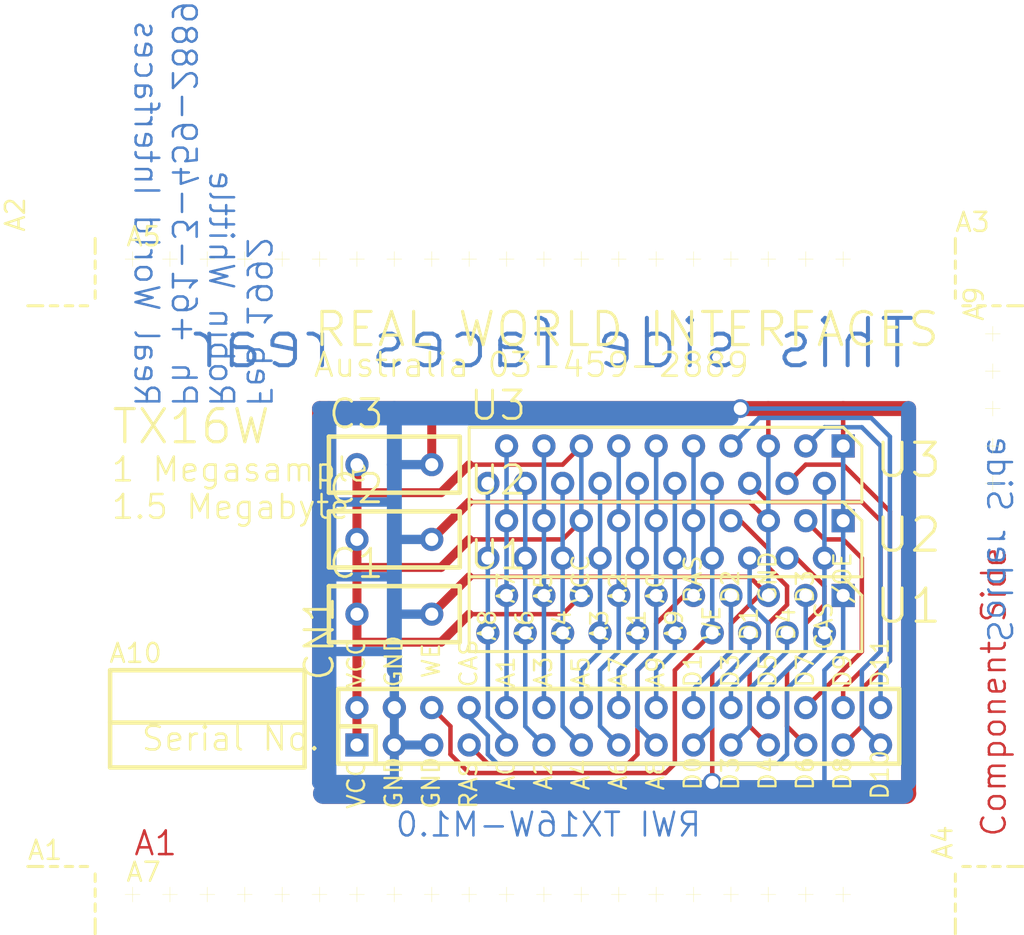
<source format=kicad_pcb>
(kicad_pcb (version 4) (host pcbnew 4.0.1-stable)

  (general
    (links 68)
    (no_connects 0)
    (area 148.582024 39.241678 219.287073 103.017676)
    (thickness 1.6)
    (drawings 67)
    (tracks 221)
    (zones 0)
    (modules 15)
    (nets 28)
  )

  (page A4)
  (layers
    (0 Top signal)
    (31 Bottom signal)
    (32 B.Adhes user)
    (33 F.Adhes user)
    (34 B.Paste user)
    (35 F.Paste user)
    (36 B.SilkS user)
    (37 F.SilkS user)
    (38 B.Mask user)
    (39 F.Mask user)
    (40 Dwgs.User user)
    (41 Cmts.User user)
    (42 Eco1.User user)
    (43 Eco2.User user)
    (44 Edge.Cuts user)
    (45 Margin user)
    (46 B.CrtYd user)
    (47 F.CrtYd user)
    (48 B.Fab user)
    (49 F.Fab user)
  )

  (setup
    (last_trace_width 0.25)
    (trace_clearance 0.2)
    (zone_clearance 0.508)
    (zone_45_only no)
    (trace_min 0.2)
    (segment_width 0.2)
    (edge_width 0.15)
    (via_size 0.6)
    (via_drill 0.4)
    (via_min_size 0.4)
    (via_min_drill 0.3)
    (uvia_size 0.3)
    (uvia_drill 0.1)
    (uvias_allowed no)
    (uvia_min_size 0.2)
    (uvia_min_drill 0.1)
    (pcb_text_width 0.3)
    (pcb_text_size 1.5 1.5)
    (mod_edge_width 0.15)
    (mod_text_size 1 1)
    (mod_text_width 0.15)
    (pad_size 1.524 1.524)
    (pad_drill 0.762)
    (pad_to_mask_clearance 0.2)
    (aux_axis_origin 0 0)
    (visible_elements FFFFFF7F)
    (pcbplotparams
      (layerselection 0x00030_80000001)
      (usegerberextensions false)
      (excludeedgelayer true)
      (linewidth 0.100000)
      (plotframeref false)
      (viasonmask false)
      (mode 1)
      (useauxorigin false)
      (hpglpennumber 1)
      (hpglpenspeed 20)
      (hpglpendiameter 15)
      (hpglpenoverlay 2)
      (psnegative false)
      (psa4output false)
      (plotreference true)
      (plotvalue true)
      (plotinvisibletext false)
      (padsonsilk false)
      (subtractmaskfromsilk false)
      (outputformat 1)
      (mirror false)
      (drillshape 1)
      (scaleselection 1)
      (outputdirectory ""))
  )

  (net 0 "")
  (net 1 S$3)
  (net 2 S$6)
  (net 3 S$9)
  (net 4 S$10)
  (net 5 S$14)
  (net 6 S$20)
  (net 7 S$28)
  (net 8 S$30)
  (net 9 S$34)
  (net 10 S$37)
  (net 11 S$38)
  (net 12 S$41)
  (net 13 S$42)
  (net 14 S$43)
  (net 15 S$44)
  (net 16 S$48)
  (net 17 S$49)
  (net 18 S$51)
  (net 19 S$53)
  (net 20 S$55)
  (net 21 S$56)
  (net 22 S$57)
  (net 23 S$62)
  (net 24 S$64)
  (net 25 S$67)
  (net 26 S$69)
  (net 27 S$76)

  (net_class Default "This is the default net class."
    (clearance 0.2)
    (trace_width 0.25)
    (via_dia 0.6)
    (via_drill 0.4)
    (uvia_dia 0.3)
    (uvia_drill 0.1)
    (add_net S$10)
    (add_net S$14)
    (add_net S$20)
    (add_net S$28)
    (add_net S$3)
    (add_net S$30)
    (add_net S$34)
    (add_net S$37)
    (add_net S$38)
    (add_net S$41)
    (add_net S$42)
    (add_net S$43)
    (add_net S$44)
    (add_net S$48)
    (add_net S$49)
    (add_net S$51)
    (add_net S$53)
    (add_net S$55)
    (add_net S$56)
    (add_net S$57)
    (add_net S$6)
    (add_net S$62)
    (add_net S$64)
    (add_net S$67)
    (add_net S$69)
    (add_net S$76)
    (add_net S$9)
  )

  (module SERIAL-NO_1PRIMARY (layer Top) (tedit 0) (tstamp 56C1B167)
    (at 154.5971 91.2876)
    (descr "Original name <b>SERIAL-NO</b><p>")
    (fp_text reference A10 (at -0.1524 -7.0104) (layer F.SilkS)
      (effects (font (size 1.286926 1.286926) (thickness 0.1673)) (justify left bottom))
    )
    (fp_text value "" (at -0.1524 -6.7564) (layer F.SilkS)
      (effects (font (size 1.9304 1.9304) (thickness 0.250952)) (justify left bottom))
    )
    (fp_line (start 0 -6.604) (end 13.208 -6.604) (layer F.SilkS) (width 0.3048))
    (fp_line (start 13.208 0) (end 13.208 -6.604) (layer F.SilkS) (width 0.3048))
    (fp_line (start 0 0) (end 0 -6.604) (layer F.SilkS) (width 0.3048))
    (fp_line (start 0 0) (end 13.208 0) (layer F.SilkS) (width 0.3048))
    (fp_line (start 0 -3.048) (end 13.208 -3.048) (layer F.SilkS) (width 0.3048))
    (fp_text user "Serial No." (at 2.032 -1.016) (layer F.SilkS)
      (effects (font (size 1.608673 1.608673) (thickness 0.169334)) (justify left bottom))
    )
  )

  (module IDC30_1PRIMARY (layer Top) (tedit 0) (tstamp 56C1B170)
    (at 171.3611 89.7636)
    (descr "Original name <b>IDC30</b><p>")
    (fp_text reference CN1 (at -1.4224 -4.2164 270) (layer F.SilkS)
      (effects (font (size 1.9304 1.9304) (thickness 0.19304)) (justify left bottom))
    )
    (fp_text value "" (at -1.4224 -3.9624) (layer F.SilkS)
      (effects (font (size 1.9304 1.9304) (thickness 0.250952)) (justify left bottom))
    )
    (fp_line (start -1.27 1.27) (end -1.27 -3.81) (layer F.SilkS) (width 0.3048))
    (fp_line (start 1.27 1.27) (end 1.27 -1.27) (layer F.SilkS) (width 0.3048))
    (fp_line (start -1.27 1.27) (end 36.83 1.27) (layer F.SilkS) (width 0.3048))
    (fp_line (start -1.27 -1.27) (end 1.27 -1.27) (layer F.SilkS) (width 0.3048))
    (fp_line (start -1.27 -3.81) (end 36.83 -3.81) (layer F.SilkS) (width 0.3048))
    (fp_line (start 36.83 1.27) (end 36.83 -3.81) (layer F.SilkS) (width 0.3048))
    (pad 1 thru_hole rect (at 0 0) (size 1.5748 1.5748) (drill 0.889) (layers *.Cu *.Mask)
      (net 2 S$6))
    (pad 2 thru_hole circle (at 0 -2.54) (size 1.5748 1.5748) (drill 0.889) (layers *.Cu *.Mask)
      (net 2 S$6))
    (pad 3 thru_hole circle (at 2.54 0) (size 1.5748 1.5748) (drill 0.889) (layers *.Cu *.Mask)
      (net 1 S$3))
    (pad 4 thru_hole circle (at 2.54 -2.54) (size 1.5748 1.5748) (drill 0.889) (layers *.Cu *.Mask)
      (net 1 S$3))
    (pad 5 thru_hole circle (at 5.08 0) (size 1.5748 1.5748) (drill 0.889) (layers *.Cu *.Mask)
      (net 1 S$3))
    (pad 6 thru_hole circle (at 5.08 -2.54) (size 1.5748 1.5748) (drill 0.889) (layers *.Cu *.Mask)
      (net 6 S$20))
    (pad 7 thru_hole circle (at 7.62 0) (size 1.5748 1.5748) (drill 0.889) (layers *.Cu *.Mask)
      (net 4 S$10))
    (pad 8 thru_hole circle (at 7.62 -2.54) (size 1.5748 1.5748) (drill 0.889) (layers *.Cu *.Mask))
    (pad 9 thru_hole circle (at 10.16 0) (size 1.5748 1.5748) (drill 0.889) (layers *.Cu *.Mask)
      (net 11 S$38))
    (pad 10 thru_hole circle (at 10.16 -2.54) (size 1.5748 1.5748) (drill 0.889) (layers *.Cu *.Mask)
      (net 15 S$44))
    (pad 11 thru_hole circle (at 12.7 0) (size 1.5748 1.5748) (drill 0.889) (layers *.Cu *.Mask)
      (net 16 S$48))
    (pad 12 thru_hole circle (at 12.7 -2.54) (size 1.5748 1.5748) (drill 0.889) (layers *.Cu *.Mask)
      (net 17 S$49))
    (pad 13 thru_hole circle (at 15.24 0) (size 1.5748 1.5748) (drill 0.889) (layers *.Cu *.Mask)
      (net 18 S$51))
    (pad 14 thru_hole circle (at 15.24 -2.54) (size 1.5748 1.5748) (drill 0.889) (layers *.Cu *.Mask)
      (net 13 S$42))
    (pad 15 thru_hole circle (at 17.78 0) (size 1.5748 1.5748) (drill 0.889) (layers *.Cu *.Mask)
      (net 14 S$43))
    (pad 16 thru_hole circle (at 17.78 -2.54) (size 1.5748 1.5748) (drill 0.889) (layers *.Cu *.Mask)
      (net 21 S$56))
    (pad 17 thru_hole circle (at 20.32 0) (size 1.5748 1.5748) (drill 0.889) (layers *.Cu *.Mask)
      (net 22 S$57))
    (pad 18 thru_hole circle (at 20.32 -2.54) (size 1.5748 1.5748) (drill 0.889) (layers *.Cu *.Mask)
      (net 23 S$62))
    (pad 19 thru_hole circle (at 22.86 0) (size 1.5748 1.5748) (drill 0.889) (layers *.Cu *.Mask)
      (net 19 S$53))
    (pad 20 thru_hole circle (at 22.86 -2.54) (size 1.5748 1.5748) (drill 0.889) (layers *.Cu *.Mask)
      (net 20 S$55))
    (pad 21 thru_hole circle (at 25.4 0) (size 1.5748 1.5748) (drill 0.889) (layers *.Cu *.Mask)
      (net 24 S$64))
    (pad 22 thru_hole circle (at 25.4 -2.54) (size 1.5748 1.5748) (drill 0.889) (layers *.Cu *.Mask)
      (net 25 S$67))
    (pad 23 thru_hole circle (at 27.94 0) (size 1.5748 1.5748) (drill 0.889) (layers *.Cu *.Mask)
      (net 7 S$28))
    (pad 24 thru_hole circle (at 27.94 -2.54) (size 1.5748 1.5748) (drill 0.889) (layers *.Cu *.Mask)
      (net 26 S$69))
    (pad 25 thru_hole circle (at 30.48 0) (size 1.5748 1.5748) (drill 0.889) (layers *.Cu *.Mask)
      (net 8 S$30))
    (pad 26 thru_hole circle (at 30.48 -2.54) (size 1.5748 1.5748) (drill 0.889) (layers *.Cu *.Mask)
      (net 3 S$9))
    (pad 27 thru_hole circle (at 33.02 0) (size 1.5748 1.5748) (drill 0.889) (layers *.Cu *.Mask)
      (net 9 S$34))
    (pad 28 thru_hole circle (at 33.02 -2.54) (size 1.5748 1.5748) (drill 0.889) (layers *.Cu *.Mask)
      (net 5 S$14))
    (pad 29 thru_hole circle (at 35.56 0) (size 1.5748 1.5748) (drill 0.889) (layers *.Cu *.Mask)
      (net 12 S$41))
    (pad 30 thru_hole circle (at 35.56 -2.54) (size 1.5748 1.5748) (drill 0.889) (layers *.Cu *.Mask)
      (net 27 S$76))
  )

  (module ZIP20_1PRIMARY (layer Top) (tedit 0) (tstamp 56C1B197)
    (at 204.3811 79.6036)
    (descr "Original name <b>ZIP20</b><p>")
    (fp_text reference U1 (at -25.5016 -1.6256) (layer F.SilkS)
      (effects (font (size 1.9304 1.9304) (thickness 0.19304)) (justify left bottom))
    )
    (fp_text value "" (at -25.5016 -1.3716 270) (layer F.SilkS)
      (effects (font (size 1.9304 1.9304) (thickness 0.250952)) (justify left bottom))
    )
    (fp_line (start 0 -1.27) (end 1.27 0) (layer F.SilkS) (width 0.2032))
    (fp_line (start -25.4 3.81) (end -25.4 -1.27) (layer F.SilkS) (width 0.2032))
    (fp_line (start -25.4 3.81) (end 1.27 3.81) (layer F.SilkS) (width 0.2032))
    (fp_line (start -25.4 -1.27) (end 0 -1.27) (layer F.SilkS) (width 0.2032))
    (fp_line (start 1.27 3.81) (end 1.27 0) (layer F.SilkS) (width 0.2032))
    (pad 1 thru_hole rect (at 0 0) (size 1.5748 1.5748) (drill 0.889) (layers *.Cu *.Mask)
      (net 1 S$3))
    (pad 2 thru_hole circle (at -1.27 2.54) (size 1.5748 1.5748) (drill 0.889) (layers *.Cu *.Mask)
      (net 10 S$37))
    (pad 3 thru_hole circle (at -2.54 0) (size 1.5748 1.5748) (drill 0.889) (layers *.Cu *.Mask)
      (net 26 S$69))
    (pad 4 thru_hole circle (at -3.81 2.54) (size 1.5748 1.5748) (drill 0.889) (layers *.Cu *.Mask)
      (net 24 S$64))
    (pad 5 thru_hole circle (at -5.08 0) (size 1.5748 1.5748) (drill 0.889) (layers *.Cu *.Mask)
      (net 1 S$3))
    (pad 6 thru_hole circle (at -6.35 2.54) (size 1.5748 1.5748) (drill 0.889) (layers *.Cu *.Mask)
      (net 19 S$53))
    (pad 7 thru_hole circle (at -7.62 0) (size 1.5748 1.5748) (drill 0.889) (layers *.Cu *.Mask)
      (net 20 S$55))
    (pad 8 thru_hole circle (at -8.89 2.54) (size 1.5748 1.5748) (drill 0.889) (layers *.Cu *.Mask)
      (net 6 S$20))
    (pad 9 thru_hole circle (at -10.16 0) (size 1.5748 1.5748) (drill 0.889) (layers *.Cu *.Mask)
      (net 4 S$10))
    (pad 10 thru_hole circle (at -11.43 2.54) (size 1.5748 1.5748) (drill 0.889) (layers *.Cu *.Mask)
      (net 23 S$62))
    (pad 11 thru_hole circle (at -12.7 0) (size 1.5748 1.5748) (drill 0.889) (layers *.Cu *.Mask)
      (net 22 S$57))
    (pad 12 thru_hole circle (at -13.97 2.54) (size 1.5748 1.5748) (drill 0.889) (layers *.Cu *.Mask)
      (net 21 S$56))
    (pad 13 thru_hole circle (at -15.24 0) (size 1.5748 1.5748) (drill 0.889) (layers *.Cu *.Mask)
      (net 14 S$43))
    (pad 14 thru_hole circle (at -16.51 2.54) (size 1.5748 1.5748) (drill 0.889) (layers *.Cu *.Mask)
      (net 13 S$42))
    (pad 15 thru_hole circle (at -17.78 0) (size 1.5748 1.5748) (drill 0.889) (layers *.Cu *.Mask)
      (net 2 S$6))
    (pad 16 thru_hole circle (at -19.05 2.54) (size 1.5748 1.5748) (drill 0.889) (layers *.Cu *.Mask)
      (net 18 S$51))
    (pad 17 thru_hole circle (at -20.32 0) (size 1.5748 1.5748) (drill 0.889) (layers *.Cu *.Mask)
      (net 17 S$49))
    (pad 18 thru_hole circle (at -21.59 2.54) (size 1.5748 1.5748) (drill 0.889) (layers *.Cu *.Mask)
      (net 16 S$48))
    (pad 19 thru_hole circle (at -22.86 0) (size 1.5748 1.5748) (drill 0.889) (layers *.Cu *.Mask)
      (net 15 S$44))
    (pad 20 thru_hole circle (at -24.13 2.54) (size 1.5748 1.5748) (drill 0.889) (layers *.Cu *.Mask)
      (net 11 S$38))
  )

  (module ZIP20_1PRIMARY (layer Top) (tedit 0) (tstamp 56C1B1B3)
    (at 204.3811 69.4436)
    (descr "Original name <b>ZIP20</b><p>")
    (fp_text reference U3 (at -25.5016 -1.6256) (layer F.SilkS)
      (effects (font (size 1.9304 1.9304) (thickness 0.19304)) (justify left bottom))
    )
    (fp_text value "" (at -25.5016 -1.3716 270) (layer F.SilkS)
      (effects (font (size 1.9304 1.9304) (thickness 0.250952)) (justify left bottom))
    )
    (fp_line (start 0 -1.27) (end 1.27 0) (layer F.SilkS) (width 0.2032))
    (fp_line (start -25.4 3.81) (end -25.4 -1.27) (layer F.SilkS) (width 0.2032))
    (fp_line (start -25.4 3.81) (end 1.27 3.81) (layer F.SilkS) (width 0.2032))
    (fp_line (start -25.4 -1.27) (end 0 -1.27) (layer F.SilkS) (width 0.2032))
    (fp_line (start 1.27 3.81) (end 1.27 0) (layer F.SilkS) (width 0.2032))
    (pad 1 thru_hole rect (at 0 0) (size 1.5748 1.5748) (drill 0.889) (layers *.Cu *.Mask)
      (net 1 S$3))
    (pad 2 thru_hole circle (at -1.27 2.54) (size 1.5748 1.5748) (drill 0.889) (layers *.Cu *.Mask)
      (net 10 S$37))
    (pad 3 thru_hole circle (at -2.54 0) (size 1.5748 1.5748) (drill 0.889) (layers *.Cu *.Mask)
      (net 12 S$41))
    (pad 4 thru_hole circle (at -3.81 2.54) (size 1.5748 1.5748) (drill 0.889) (layers *.Cu *.Mask)
      (net 9 S$34))
    (pad 5 thru_hole circle (at -5.08 0) (size 1.5748 1.5748) (drill 0.889) (layers *.Cu *.Mask)
      (net 1 S$3))
    (pad 6 thru_hole circle (at -6.35 2.54) (size 1.5748 1.5748) (drill 0.889) (layers *.Cu *.Mask)
      (net 5 S$14))
    (pad 7 thru_hole circle (at -7.62 0) (size 1.5748 1.5748) (drill 0.889) (layers *.Cu *.Mask)
      (net 27 S$76))
    (pad 8 thru_hole circle (at -8.89 2.54) (size 1.5748 1.5748) (drill 0.889) (layers *.Cu *.Mask)
      (net 6 S$20))
    (pad 9 thru_hole circle (at -10.16 0) (size 1.5748 1.5748) (drill 0.889) (layers *.Cu *.Mask)
      (net 4 S$10))
    (pad 10 thru_hole circle (at -11.43 2.54) (size 1.5748 1.5748) (drill 0.889) (layers *.Cu *.Mask)
      (net 23 S$62))
    (pad 11 thru_hole circle (at -12.7 0) (size 1.5748 1.5748) (drill 0.889) (layers *.Cu *.Mask)
      (net 22 S$57))
    (pad 12 thru_hole circle (at -13.97 2.54) (size 1.5748 1.5748) (drill 0.889) (layers *.Cu *.Mask)
      (net 21 S$56))
    (pad 13 thru_hole circle (at -15.24 0) (size 1.5748 1.5748) (drill 0.889) (layers *.Cu *.Mask)
      (net 14 S$43))
    (pad 14 thru_hole circle (at -16.51 2.54) (size 1.5748 1.5748) (drill 0.889) (layers *.Cu *.Mask)
      (net 13 S$42))
    (pad 15 thru_hole circle (at -17.78 0) (size 1.5748 1.5748) (drill 0.889) (layers *.Cu *.Mask)
      (net 2 S$6))
    (pad 16 thru_hole circle (at -19.05 2.54) (size 1.5748 1.5748) (drill 0.889) (layers *.Cu *.Mask)
      (net 18 S$51))
    (pad 17 thru_hole circle (at -20.32 0) (size 1.5748 1.5748) (drill 0.889) (layers *.Cu *.Mask)
      (net 17 S$49))
    (pad 18 thru_hole circle (at -21.59 2.54) (size 1.5748 1.5748) (drill 0.889) (layers *.Cu *.Mask)
      (net 16 S$48))
    (pad 19 thru_hole circle (at -22.86 0) (size 1.5748 1.5748) (drill 0.889) (layers *.Cu *.Mask)
      (net 15 S$44))
    (pad 20 thru_hole circle (at -24.13 2.54) (size 1.5748 1.5748) (drill 0.889) (layers *.Cu *.Mask)
      (net 11 S$38))
  )

  (module ZIP20_1PRIMARY (layer Top) (tedit 0) (tstamp 56C1B1CF)
    (at 204.3811 74.5236)
    (descr "Original name <b>ZIP20</b><p>")
    (fp_text reference U2 (at -25.5016 -1.6256) (layer F.SilkS)
      (effects (font (size 1.9304 1.9304) (thickness 0.19304)) (justify left bottom))
    )
    (fp_text value "" (at -25.5016 -1.3716 270) (layer F.SilkS)
      (effects (font (size 1.9304 1.9304) (thickness 0.250952)) (justify left bottom))
    )
    (fp_line (start 0 -1.27) (end 1.27 0) (layer F.SilkS) (width 0.2032))
    (fp_line (start -25.4 3.81) (end -25.4 -1.27) (layer F.SilkS) (width 0.2032))
    (fp_line (start -25.4 3.81) (end 1.27 3.81) (layer F.SilkS) (width 0.2032))
    (fp_line (start -25.4 -1.27) (end 0 -1.27) (layer F.SilkS) (width 0.2032))
    (fp_line (start 1.27 3.81) (end 1.27 0) (layer F.SilkS) (width 0.2032))
    (pad 1 thru_hole rect (at 0 0) (size 1.5748 1.5748) (drill 0.889) (layers *.Cu *.Mask)
      (net 1 S$3))
    (pad 2 thru_hole circle (at -1.27 2.54) (size 1.5748 1.5748) (drill 0.889) (layers *.Cu *.Mask)
      (net 10 S$37))
    (pad 3 thru_hole circle (at -2.54 0) (size 1.5748 1.5748) (drill 0.889) (layers *.Cu *.Mask)
      (net 3 S$9))
    (pad 4 thru_hole circle (at -3.81 2.54) (size 1.5748 1.5748) (drill 0.889) (layers *.Cu *.Mask)
      (net 8 S$30))
    (pad 5 thru_hole circle (at -5.08 0) (size 1.5748 1.5748) (drill 0.889) (layers *.Cu *.Mask)
      (net 1 S$3))
    (pad 6 thru_hole circle (at -6.35 2.54) (size 1.5748 1.5748) (drill 0.889) (layers *.Cu *.Mask)
      (net 25 S$67))
    (pad 7 thru_hole circle (at -7.62 0) (size 1.5748 1.5748) (drill 0.889) (layers *.Cu *.Mask)
      (net 7 S$28))
    (pad 8 thru_hole circle (at -8.89 2.54) (size 1.5748 1.5748) (drill 0.889) (layers *.Cu *.Mask)
      (net 6 S$20))
    (pad 9 thru_hole circle (at -10.16 0) (size 1.5748 1.5748) (drill 0.889) (layers *.Cu *.Mask)
      (net 4 S$10))
    (pad 10 thru_hole circle (at -11.43 2.54) (size 1.5748 1.5748) (drill 0.889) (layers *.Cu *.Mask)
      (net 23 S$62))
    (pad 11 thru_hole circle (at -12.7 0) (size 1.5748 1.5748) (drill 0.889) (layers *.Cu *.Mask)
      (net 22 S$57))
    (pad 12 thru_hole circle (at -13.97 2.54) (size 1.5748 1.5748) (drill 0.889) (layers *.Cu *.Mask)
      (net 21 S$56))
    (pad 13 thru_hole circle (at -15.24 0) (size 1.5748 1.5748) (drill 0.889) (layers *.Cu *.Mask)
      (net 14 S$43))
    (pad 14 thru_hole circle (at -16.51 2.54) (size 1.5748 1.5748) (drill 0.889) (layers *.Cu *.Mask)
      (net 13 S$42))
    (pad 15 thru_hole circle (at -17.78 0) (size 1.5748 1.5748) (drill 0.889) (layers *.Cu *.Mask)
      (net 2 S$6))
    (pad 16 thru_hole circle (at -19.05 2.54) (size 1.5748 1.5748) (drill 0.889) (layers *.Cu *.Mask)
      (net 18 S$51))
    (pad 17 thru_hole circle (at -20.32 0) (size 1.5748 1.5748) (drill 0.889) (layers *.Cu *.Mask)
      (net 17 S$49))
    (pad 18 thru_hole circle (at -21.59 2.54) (size 1.5748 1.5748) (drill 0.889) (layers *.Cu *.Mask)
      (net 16 S$48))
    (pad 19 thru_hole circle (at -22.86 0) (size 1.5748 1.5748) (drill 0.889) (layers *.Cu *.Mask)
      (net 15 S$44))
    (pad 20 thru_hole circle (at -24.13 2.54) (size 1.5748 1.5748) (drill 0.889) (layers *.Cu *.Mask)
      (net 11 S$38))
  )

  (module RAD0.2_1PRIMARY (layer Top) (tedit 0) (tstamp 56C1B1EB)
    (at 171.3611 80.8736)
    (descr "Original name <b>RAD0.2</b><p>")
    (fp_text reference C1 (at -2.0574 -2.3114) (layer F.SilkS)
      (effects (font (size 1.9304 1.9304) (thickness 0.19304)) (justify left bottom))
    )
    (fp_text value "" (at -2.0574 -2.0574) (layer F.SilkS)
      (effects (font (size 1.9304 1.9304) (thickness 0.250952)) (justify left bottom))
    )
    (fp_line (start -1.905 1.905) (end 6.985 1.905) (layer F.SilkS) (width 0.3048))
    (fp_line (start -1.905 1.905) (end -1.905 -1.905) (layer F.SilkS) (width 0.3048))
    (fp_line (start -1.905 -1.905) (end 6.985 -1.905) (layer F.SilkS) (width 0.3048))
    (fp_line (start 6.985 1.905) (end 6.985 -1.905) (layer F.SilkS) (width 0.3048))
    (pad 1 thru_hole circle (at 0 0) (size 1.5748 1.5748) (drill 0.889) (layers *.Cu *.Mask)
      (net 2 S$6))
    (pad 2 thru_hole circle (at 5.08 0) (size 1.5748 1.5748) (drill 0.889) (layers *.Cu *.Mask)
      (net 1 S$3))
  )

  (module RAD0.2_1PRIMARY (layer Top) (tedit 0) (tstamp 56C1B1F4)
    (at 171.3611 75.7936)
    (descr "Original name <b>RAD0.2</b><p>")
    (fp_text reference C2 (at -2.0574 -2.3114) (layer F.SilkS)
      (effects (font (size 1.9304 1.9304) (thickness 0.19304)) (justify left bottom))
    )
    (fp_text value "" (at -2.0574 -2.0574) (layer F.SilkS)
      (effects (font (size 1.9304 1.9304) (thickness 0.250952)) (justify left bottom))
    )
    (fp_line (start -1.905 1.905) (end 6.985 1.905) (layer F.SilkS) (width 0.3048))
    (fp_line (start -1.905 1.905) (end -1.905 -1.905) (layer F.SilkS) (width 0.3048))
    (fp_line (start -1.905 -1.905) (end 6.985 -1.905) (layer F.SilkS) (width 0.3048))
    (fp_line (start 6.985 1.905) (end 6.985 -1.905) (layer F.SilkS) (width 0.3048))
    (pad 1 thru_hole circle (at 0 0) (size 1.5748 1.5748) (drill 0.889) (layers *.Cu *.Mask)
      (net 2 S$6))
    (pad 2 thru_hole circle (at 5.08 0) (size 1.5748 1.5748) (drill 0.889) (layers *.Cu *.Mask)
      (net 1 S$3))
  )

  (module RAD0.2_1PRIMARY (layer Top) (tedit 0) (tstamp 56C1B1FD)
    (at 171.3611 70.7136)
    (descr "Original name <b>RAD0.2</b><p>")
    (fp_text reference C3 (at -2.0574 -2.3114) (layer F.SilkS)
      (effects (font (size 1.9304 1.9304) (thickness 0.19304)) (justify left bottom))
    )
    (fp_text value "" (at -2.0574 -2.0574) (layer F.SilkS)
      (effects (font (size 1.9304 1.9304) (thickness 0.250952)) (justify left bottom))
    )
    (fp_line (start -1.905 1.905) (end 6.985 1.905) (layer F.SilkS) (width 0.3048))
    (fp_line (start -1.905 1.905) (end -1.905 -1.905) (layer F.SilkS) (width 0.3048))
    (fp_line (start -1.905 -1.905) (end 6.985 -1.905) (layer F.SilkS) (width 0.3048))
    (fp_line (start 6.985 1.905) (end 6.985 -1.905) (layer F.SilkS) (width 0.3048))
    (pad 1 thru_hole circle (at 0 0) (size 1.5748 1.5748) (drill 0.889) (layers *.Cu *.Mask)
      (net 2 S$6))
    (pad 2 thru_hole circle (at 5.08 0) (size 1.5748 1.5748) (drill 0.889) (layers *.Cu *.Mask)
      (net 1 S$3))
  )

  (module CUT-TARGET-1_1PRIMARY (layer Top) (tedit 0) (tstamp 56C1B206)
    (at 153.5811 98.0186)
    (descr "Original name <b>CUT-TARGET-1</b><p>")
    (fp_text reference A1 (at -4.6736 -0.3556) (layer F.SilkS)
      (effects (font (size 1.286926 1.286926) (thickness 0.1673)) (justify left bottom))
    )
    (fp_text value "" (at -4.6736 -0.1016) (layer F.SilkS)
      (effects (font (size 1.9304 1.9304) (thickness 0.250952)) (justify left bottom))
    )
    (fp_line (start 0 3.048) (end 0 2.54) (layer F.SilkS) (width 0.2032))
    (fp_line (start -4.572 0) (end -3.556 0) (layer F.SilkS) (width 0.2032))
    (fp_line (start 0 4.572) (end 0 3.556) (layer F.SilkS) (width 0.2032))
    (fp_line (start 0 1.016) (end 0 0.508) (layer F.SilkS) (width 0.2032))
    (fp_line (start -2.032 0) (end -1.524 0) (layer F.SilkS) (width 0.2032))
    (fp_line (start 0 2.032) (end 0 1.524) (layer F.SilkS) (width 0.2032))
    (fp_line (start -1.016 0) (end -0.508 0) (layer F.SilkS) (width 0.2032))
    (fp_line (start -3.048 0) (end -2.54 0) (layer F.SilkS) (width 0.2032))
  )

  (module CUT-TARGET-1_2PRIMARY (layer Top) (tedit 0) (tstamp 56C1B211)
    (at 153.5811 59.9186)
    (descr "Original name <b>CUT-TARGET-1</b><p>")
    (fp_text reference A2 (at -4.6736 -4.9276 270) (layer F.SilkS)
      (effects (font (size 1.286926 1.286926) (thickness 0.1673)) (justify left bottom))
    )
    (fp_text value "" (at -4.6736 -4.6736 270) (layer F.SilkS)
      (effects (font (size 1.9304 1.9304) (thickness 0.250952)) (justify left bottom))
    )
    (fp_line (start 0 -1.524) (end 0 -2.032) (layer F.SilkS) (width 0.2032))
    (fp_line (start -4.572 0) (end -3.556 0) (layer F.SilkS) (width 0.2032))
    (fp_line (start 0 -2.54) (end 0 -3.048) (layer F.SilkS) (width 0.2032))
    (fp_line (start 0 -3.556) (end 0 -4.572) (layer F.SilkS) (width 0.2032))
    (fp_line (start -2.032 0) (end -1.524 0) (layer F.SilkS) (width 0.2032))
    (fp_line (start -1.016 0) (end -0.508 0) (layer F.SilkS) (width 0.2032))
    (fp_line (start 0 -0.508) (end 0 -1.016) (layer F.SilkS) (width 0.2032))
    (fp_line (start -3.048 0) (end -2.54 0) (layer F.SilkS) (width 0.2032))
  )

  (module CUT-TARGET-1_3PRIMARY (layer Top) (tedit 0) (tstamp 56C1B21C)
    (at 212.0011 59.9186)
    (descr "Original name <b>CUT-TARGET-1</b><p>")
    (fp_text reference A3 (at -0.1016 -4.9276 180) (layer F.SilkS)
      (effects (font (size 1.286926 1.286926) (thickness 0.1673)) (justify left bottom))
    )
    (fp_text value "" (at -0.1016 -4.6736 180) (layer F.SilkS)
      (effects (font (size 1.9304 1.9304) (thickness 0.250952)) (justify left bottom))
    )
    (fp_line (start 1.524 0) (end 2.032 0) (layer F.SilkS) (width 0.2032))
    (fp_line (start 0 -1.524) (end 0 -2.032) (layer F.SilkS) (width 0.2032))
    (fp_line (start 2.54 0) (end 3.048 0) (layer F.SilkS) (width 0.2032))
    (fp_line (start 0 -2.54) (end 0 -3.048) (layer F.SilkS) (width 0.2032))
    (fp_line (start 3.556 0) (end 4.572 0) (layer F.SilkS) (width 0.2032))
    (fp_line (start 0 -3.556) (end 0 -4.572) (layer F.SilkS) (width 0.2032))
    (fp_line (start 0.508 0) (end 1.016 0) (layer F.SilkS) (width 0.2032))
    (fp_line (start 0 -0.508) (end 0 -1.016) (layer F.SilkS) (width 0.2032))
  )

  (module CUT-TARGET-1_4PRIMARY (layer Top) (tedit 0) (tstamp 56C1B227)
    (at 212.0011 98.0186)
    (descr "Original name <b>CUT-TARGET-1</b><p>")
    (fp_text reference A4 (at -0.1016 -0.3556 90) (layer F.SilkS)
      (effects (font (size 1.286926 1.286926) (thickness 0.1673)) (justify left bottom))
    )
    (fp_text value "" (at -0.1016 -0.1016 90) (layer F.SilkS)
      (effects (font (size 1.9304 1.9304) (thickness 0.250952)) (justify left bottom))
    )
    (fp_line (start 0 3.048) (end 0 2.54) (layer F.SilkS) (width 0.2032))
    (fp_line (start 1.524 0) (end 2.032 0) (layer F.SilkS) (width 0.2032))
    (fp_line (start 0 4.572) (end 0 3.556) (layer F.SilkS) (width 0.2032))
    (fp_line (start 2.54 0) (end 3.048 0) (layer F.SilkS) (width 0.2032))
    (fp_line (start 3.556 0) (end 4.572 0) (layer F.SilkS) (width 0.2032))
    (fp_line (start 0 1.016) (end 0 0.508) (layer F.SilkS) (width 0.2032))
    (fp_line (start 0 2.032) (end 0 1.524) (layer F.SilkS) (width 0.2032))
    (fp_line (start 0.508 0) (end 1.016 0) (layer F.SilkS) (width 0.2032))
  )

  (module TARG-20+_1PRIMARY (layer Top) (tedit 0) (tstamp 56C1B232)
    (at 156.1211 56.7436)
    (descr "Original name <b>TARG-20+</b><p>")
    (fp_text reference A5 (at -0.5207 -0.7747) (layer F.SilkS)
      (effects (font (size 1.286926 1.286926) (thickness 0.1673)) (justify left bottom))
    )
    (fp_text value "" (at -0.5207 -0.5207) (layer F.SilkS)
      (effects (font (size 1.9304 1.9304) (thickness 0.250952)) (justify left bottom))
    )
    (fp_line (start 20.32 0.508) (end 20.32 -0.508) (layer F.SilkS) (width 0.0254))
    (fp_line (start 19.812 0) (end 20.828 0) (layer F.SilkS) (width 0.0254))
    (fp_line (start 22.86 0.508) (end 22.86 -0.508) (layer F.SilkS) (width 0.0254))
    (fp_line (start 22.352 0) (end 23.368 0) (layer F.SilkS) (width 0.0254))
    (fp_line (start 25.4 0.508) (end 25.4 -0.508) (layer F.SilkS) (width 0.0254))
    (fp_line (start 24.892 0) (end 25.908 0) (layer F.SilkS) (width 0.0254))
    (fp_line (start 27.94 0.508) (end 27.94 -0.508) (layer F.SilkS) (width 0.0254))
    (fp_line (start 27.432 0) (end 28.448 0) (layer F.SilkS) (width 0.0254))
    (fp_line (start 2.54 0.508) (end 2.54 -0.508) (layer F.SilkS) (width 0.0254))
    (fp_line (start 2.032 0) (end 3.048 0) (layer F.SilkS) (width 0.0254))
    (fp_line (start 30.48 0.508) (end 30.48 -0.508) (layer F.SilkS) (width 0.0254))
    (fp_line (start 29.972 0) (end 30.988 0) (layer F.SilkS) (width 0.0254))
    (fp_line (start 33.02 0.508) (end 33.02 -0.508) (layer F.SilkS) (width 0.0254))
    (fp_line (start 32.512 0) (end 33.528 0) (layer F.SilkS) (width 0.0254))
    (fp_line (start 47.752 0) (end 48.768 0) (layer F.SilkS) (width 0.0254))
    (fp_line (start 48.26 0.508) (end 48.26 -0.508) (layer F.SilkS) (width 0.0254))
    (fp_line (start 35.56 0.508) (end 35.56 -0.508) (layer F.SilkS) (width 0.0254))
    (fp_line (start 35.052 0) (end 36.068 0) (layer F.SilkS) (width 0.0254))
    (fp_line (start 45.212 0) (end 46.228 0) (layer F.SilkS) (width 0.0254))
    (fp_line (start 45.72 0.508) (end 45.72 -0.508) (layer F.SilkS) (width 0.0254))
    (fp_line (start 38.1 0.508) (end 38.1 -0.508) (layer F.SilkS) (width 0.0254))
    (fp_line (start 37.592 0) (end 38.608 0) (layer F.SilkS) (width 0.0254))
    (fp_line (start 42.672 0) (end 43.688 0) (layer F.SilkS) (width 0.0254))
    (fp_line (start 43.18 0.508) (end 43.18 -0.508) (layer F.SilkS) (width 0.0254))
    (fp_line (start 40.64 0.508) (end 40.64 -0.508) (layer F.SilkS) (width 0.0254))
    (fp_line (start 40.132 0) (end 41.148 0) (layer F.SilkS) (width 0.0254))
    (fp_line (start 0 0.508) (end 0 -0.508) (layer F.SilkS) (width 0.0254))
    (fp_line (start -0.508 0) (end 0.508 0) (layer F.SilkS) (width 0.0254))
    (fp_line (start 5.08 0.508) (end 5.08 -0.508) (layer F.SilkS) (width 0.0254))
    (fp_line (start 4.572 0) (end 5.588 0) (layer F.SilkS) (width 0.0254))
    (fp_line (start 7.62 0.508) (end 7.62 -0.508) (layer F.SilkS) (width 0.0254))
    (fp_line (start 7.112 0) (end 8.128 0) (layer F.SilkS) (width 0.0254))
    (fp_line (start 10.16 0.508) (end 10.16 -0.508) (layer F.SilkS) (width 0.0254))
    (fp_line (start 9.652 0) (end 10.668 0) (layer F.SilkS) (width 0.0254))
    (fp_line (start 12.7 0.508) (end 12.7 -0.508) (layer F.SilkS) (width 0.0254))
    (fp_line (start 12.192 0) (end 13.208 0) (layer F.SilkS) (width 0.0254))
    (fp_line (start 15.24 0.508) (end 15.24 -0.508) (layer F.SilkS) (width 0.0254))
    (fp_line (start 14.732 0) (end 15.748 0) (layer F.SilkS) (width 0.0254))
    (fp_line (start 17.78 0.508) (end 17.78 -0.508) (layer F.SilkS) (width 0.0254))
    (fp_line (start 17.272 0) (end 18.288 0) (layer F.SilkS) (width 0.0254))
  )

  (module TARG-20+_1PRIMARY (layer Top) (tedit 0) (tstamp 56C1B25D)
    (at 156.1211 99.9236)
    (descr "Original name <b>TARG-20+</b><p>")
    (fp_text reference A7 (at -0.5207 -0.7747) (layer F.SilkS)
      (effects (font (size 1.286926 1.286926) (thickness 0.1673)) (justify left bottom))
    )
    (fp_text value "" (at -0.5207 -0.5207) (layer F.SilkS)
      (effects (font (size 1.9304 1.9304) (thickness 0.250952)) (justify left bottom))
    )
    (fp_line (start 20.32 0.508) (end 20.32 -0.508) (layer F.SilkS) (width 0.0254))
    (fp_line (start 19.812 0) (end 20.828 0) (layer F.SilkS) (width 0.0254))
    (fp_line (start 22.86 0.508) (end 22.86 -0.508) (layer F.SilkS) (width 0.0254))
    (fp_line (start 22.352 0) (end 23.368 0) (layer F.SilkS) (width 0.0254))
    (fp_line (start 25.4 0.508) (end 25.4 -0.508) (layer F.SilkS) (width 0.0254))
    (fp_line (start 24.892 0) (end 25.908 0) (layer F.SilkS) (width 0.0254))
    (fp_line (start 27.94 0.508) (end 27.94 -0.508) (layer F.SilkS) (width 0.0254))
    (fp_line (start 27.432 0) (end 28.448 0) (layer F.SilkS) (width 0.0254))
    (fp_line (start 2.54 0.508) (end 2.54 -0.508) (layer F.SilkS) (width 0.0254))
    (fp_line (start 2.032 0) (end 3.048 0) (layer F.SilkS) (width 0.0254))
    (fp_line (start 30.48 0.508) (end 30.48 -0.508) (layer F.SilkS) (width 0.0254))
    (fp_line (start 29.972 0) (end 30.988 0) (layer F.SilkS) (width 0.0254))
    (fp_line (start 33.02 0.508) (end 33.02 -0.508) (layer F.SilkS) (width 0.0254))
    (fp_line (start 32.512 0) (end 33.528 0) (layer F.SilkS) (width 0.0254))
    (fp_line (start 47.752 0) (end 48.768 0) (layer F.SilkS) (width 0.0254))
    (fp_line (start 48.26 0.508) (end 48.26 -0.508) (layer F.SilkS) (width 0.0254))
    (fp_line (start 35.56 0.508) (end 35.56 -0.508) (layer F.SilkS) (width 0.0254))
    (fp_line (start 35.052 0) (end 36.068 0) (layer F.SilkS) (width 0.0254))
    (fp_line (start 45.212 0) (end 46.228 0) (layer F.SilkS) (width 0.0254))
    (fp_line (start 45.72 0.508) (end 45.72 -0.508) (layer F.SilkS) (width 0.0254))
    (fp_line (start 38.1 0.508) (end 38.1 -0.508) (layer F.SilkS) (width 0.0254))
    (fp_line (start 37.592 0) (end 38.608 0) (layer F.SilkS) (width 0.0254))
    (fp_line (start 42.672 0) (end 43.688 0) (layer F.SilkS) (width 0.0254))
    (fp_line (start 43.18 0.508) (end 43.18 -0.508) (layer F.SilkS) (width 0.0254))
    (fp_line (start 40.64 0.508) (end 40.64 -0.508) (layer F.SilkS) (width 0.0254))
    (fp_line (start 40.132 0) (end 41.148 0) (layer F.SilkS) (width 0.0254))
    (fp_line (start 0 0.508) (end 0 -0.508) (layer F.SilkS) (width 0.0254))
    (fp_line (start -0.508 0) (end 0.508 0) (layer F.SilkS) (width 0.0254))
    (fp_line (start 5.08 0.508) (end 5.08 -0.508) (layer F.SilkS) (width 0.0254))
    (fp_line (start 4.572 0) (end 5.588 0) (layer F.SilkS) (width 0.0254))
    (fp_line (start 7.62 0.508) (end 7.62 -0.508) (layer F.SilkS) (width 0.0254))
    (fp_line (start 7.112 0) (end 8.128 0) (layer F.SilkS) (width 0.0254))
    (fp_line (start 10.16 0.508) (end 10.16 -0.508) (layer F.SilkS) (width 0.0254))
    (fp_line (start 9.652 0) (end 10.668 0) (layer F.SilkS) (width 0.0254))
    (fp_line (start 12.7 0.508) (end 12.7 -0.508) (layer F.SilkS) (width 0.0254))
    (fp_line (start 12.192 0) (end 13.208 0) (layer F.SilkS) (width 0.0254))
    (fp_line (start 15.24 0.508) (end 15.24 -0.508) (layer F.SilkS) (width 0.0254))
    (fp_line (start 14.732 0) (end 15.748 0) (layer F.SilkS) (width 0.0254))
    (fp_line (start 17.78 0.508) (end 17.78 -0.508) (layer F.SilkS) (width 0.0254))
    (fp_line (start 17.272 0) (end 18.288 0) (layer F.SilkS) (width 0.0254))
  )

  (module TARG-5+_1PRIMARY (layer Top) (tedit 0) (tstamp 56C1B288)
    (at 214.5411 71.9836)
    (descr "Original name <b>TARG-5+</b><p>")
    (fp_text reference A9 (at -0.5207 -10.9347 90) (layer F.SilkS)
      (effects (font (size 1.286926 1.286926) (thickness 0.1673)) (justify left bottom))
    )
    (fp_text value "" (at -0.5207 -10.6807 90) (layer F.SilkS)
      (effects (font (size 1.9304 1.9304) (thickness 0.250952)) (justify left bottom))
    )
    (fp_line (start 0 -2.032) (end 0 -3.048) (layer F.SilkS) (width 0.0254))
    (fp_line (start -0.508 -2.54) (end 0.508 -2.54) (layer F.SilkS) (width 0.0254))
    (fp_line (start 0 0.508) (end 0 -0.508) (layer F.SilkS) (width 0.0254))
    (fp_line (start -0.508 0) (end 0.508 0) (layer F.SilkS) (width 0.0254))
    (fp_line (start 0 -4.572) (end 0 -5.588) (layer F.SilkS) (width 0.0254))
    (fp_line (start -0.508 -5.08) (end 0.508 -5.08) (layer F.SilkS) (width 0.0254))
    (fp_line (start 0 -7.112) (end 0 -8.128) (layer F.SilkS) (width 0.0254))
    (fp_line (start -0.508 -7.62) (end 0.508 -7.62) (layer F.SilkS) (width 0.0254))
    (fp_line (start 0 -9.652) (end 0 -10.668) (layer F.SilkS) (width 0.0254))
    (fp_line (start -0.508 -10.16) (end 0.508 -10.16) (layer F.SilkS) (width 0.0254))
  )

  (gr_text A1 (at 156.1211 97.3836) (layer Top) (tstamp 7BA7A50)
    (effects (font (size 1.608673 1.608673) (thickness 0.169334)) (justify left bottom))
  )
  (gr_text "Component Side" (at 215.5571 96.1136 90) (layer Top) (tstamp 7BA8350)
    (effects (font (size 1.608673 1.608673) (thickness 0.169334)) (justify left bottom))
  )
  (gr_text "Solder Side" (at 214.0331 82.9056 270) (layer Bottom) (tstamp 7BA8C50)
    (effects (font (size 1.608673 1.608673) (thickness 0.169334)) (justify left bottom mirror))
  )
  (gr_text "This side faces rear" (at 209.4611 64.3636) (layer Bottom) (tstamp 7BE9660)
    (effects (font (size 3.217326 3.217326) (thickness 0.270933)) (justify left bottom mirror))
  )
  (gr_text "RWI TX16W-M1.0" (at 194.8561 96.1136) (layer Bottom) (tstamp 7BE9E60)
    (effects (font (size 1.608673 1.608673) (thickness 0.169334)) (justify left bottom mirror))
  )
  (gr_text "Real World Interfaces" (at 156.1211 66.9036 270) (layer Bottom) (tstamp 7BEA760)
    (effects (font (size 1.608673 1.608673) (thickness 0.169334)) (justify left bottom mirror))
  )
  (gr_text "Ph +61-3-459-2889" (at 158.6611 66.9036 270) (layer Bottom) (tstamp 7BEB060)
    (effects (font (size 1.608673 1.608673) (thickness 0.169334)) (justify left bottom mirror))
  )
  (gr_text "Robin Whittle" (at 161.2011 66.9036 270) (layer Bottom) (tstamp 7BEB960)
    (effects (font (size 1.608673 1.608673) (thickness 0.169334)) (justify left bottom mirror))
  )
  (gr_text "Feb 1992" (at 163.7411 66.9036 270) (layer Bottom) (tstamp 7BEC260)
    (effects (font (size 1.608673 1.608673) (thickness 0.169334)) (justify left bottom mirror))
  )
  (gr_text "Australia 03-459-2889" (at 168.3131 64.8716) (layer F.SilkS) (tstamp 7BECB60)
    (effects (font (size 1.608673 1.608673) (thickness 0.169334)) (justify left bottom))
  )
  (gr_text "1 Megasample" (at 154.5971 71.9836) (layer F.SilkS) (tstamp 7BED4E0)
    (effects (font (size 1.608673 1.608673) (thickness 0.169334)) (justify left bottom))
  )
  (gr_text "REAL WORLD INTERFACES" (at 168.3131 62.8396) (layer F.SilkS) (tstamp 7BEDDE0)
    (effects (font (size 2.252126 2.252126) (thickness 0.213359)) (justify left bottom))
  )
  (gr_text "1.5 Megabyte" (at 154.5971 74.5236) (layer F.SilkS) (tstamp 7BEE6E0)
    (effects (font (size 1.608673 1.608673) (thickness 0.169334)) (justify left bottom))
  )
  (gr_text TX16W (at 154.5971 69.4436) (layer F.SilkS) (tstamp 7BEEFE0)
    (effects (font (size 2.252126 2.252126) (thickness 0.213359)) (justify left bottom))
  )
  (gr_text U1 (at 206.4131 81.6356) (layer F.SilkS) (tstamp 7BEF8E0)
    (effects (font (size 2.252126 2.252126) (thickness 0.213359)) (justify left bottom))
  )
  (gr_text U2 (at 206.4131 76.8096) (layer F.SilkS) (tstamp 7BF01E0)
    (effects (font (size 2.252126 2.252126) (thickness 0.213359)) (justify left bottom))
  )
  (gr_text U3 (at 206.4131 71.7296) (layer F.SilkS) (tstamp 7BF0AE0)
    (effects (font (size 2.252126 2.252126) (thickness 0.213359)) (justify left bottom))
  )
  (gr_text VCC (at 171.9961 94.2086 90) (layer F.SilkS) (tstamp 7BF1460)
    (effects (font (size 1.15824 1.15824) (thickness 0.158496)) (justify left bottom))
  )
  (gr_text VCC (at 171.9961 85.9536 90) (layer F.SilkS) (tstamp 7BF1D60)
    (effects (font (size 1.15824 1.15824) (thickness 0.158496)) (justify left bottom))
  )
  (gr_text GND (at 174.5361 85.9536 90) (layer F.SilkS) (tstamp 7BF2660)
    (effects (font (size 1.15824 1.15824) (thickness 0.158496)) (justify left bottom))
  )
  (gr_text GND (at 174.5361 94.2086 90) (layer F.SilkS) (tstamp 7BF2F60)
    (effects (font (size 1.15824 1.15824) (thickness 0.158496)) (justify left bottom))
  )
  (gr_text GND (at 177.0761 94.2086 90) (layer F.SilkS) (tstamp 7BF3860)
    (effects (font (size 1.15824 1.15824) (thickness 0.158496)) (justify left bottom))
  )
  (gr_text WE (at 177.0761 85.3186 90) (layer F.SilkS) (tstamp 7BF4160)
    (effects (font (size 1.15824 1.15824) (thickness 0.158496)) (justify left bottom))
  )
  (gr_text CAS (at 179.6161 85.9536 90) (layer F.SilkS) (tstamp 7BF4A60)
    (effects (font (size 1.15824 1.15824) (thickness 0.158496)) (justify left bottom))
  )
  (gr_text A1 (at 182.1561 85.9536 90) (layer F.SilkS) (tstamp 7C7F4D0)
    (effects (font (size 1.15824 1.15824) (thickness 0.158496)) (justify left bottom))
  )
  (gr_text A3 (at 184.6961 85.9536 90) (layer F.SilkS) (tstamp 7C7FDD0)
    (effects (font (size 1.15824 1.15824) (thickness 0.158496)) (justify left bottom))
  )
  (gr_text A5 (at 187.2361 85.9536 90) (layer F.SilkS) (tstamp 7C806D0)
    (effects (font (size 1.15824 1.15824) (thickness 0.158496)) (justify left bottom))
  )
  (gr_text A7 (at 189.7761 85.9536 90) (layer F.SilkS) (tstamp 7C80FD0)
    (effects (font (size 1.15824 1.15824) (thickness 0.158496)) (justify left bottom))
  )
  (gr_text A9 (at 192.3161 85.9536 90) (layer F.SilkS) (tstamp 7C818D0)
    (effects (font (size 1.15824 1.15824) (thickness 0.158496)) (justify left bottom))
  )
  (gr_text D1 (at 194.8561 85.9536 90) (layer F.SilkS) (tstamp 7C821D0)
    (effects (font (size 1.15824 1.15824) (thickness 0.158496)) (justify left bottom))
  )
  (gr_text D3 (at 197.3961 85.9536 90) (layer F.SilkS) (tstamp 7C82AD0)
    (effects (font (size 1.15824 1.15824) (thickness 0.158496)) (justify left bottom))
  )
  (gr_text D5 (at 199.9361 85.9536 90) (layer F.SilkS) (tstamp 7C83450)
    (effects (font (size 1.15824 1.15824) (thickness 0.158496)) (justify left bottom))
  )
  (gr_text D7 (at 202.4761 85.9536 90) (layer F.SilkS) (tstamp 7C83D50)
    (effects (font (size 1.15824 1.15824) (thickness 0.158496)) (justify left bottom))
  )
  (gr_text D9 (at 205.0161 85.9536 90) (layer F.SilkS) (tstamp 7C84650)
    (effects (font (size 1.15824 1.15824) (thickness 0.158496)) (justify left bottom))
  )
  (gr_text D11 (at 207.5561 85.9536 90) (layer F.SilkS) (tstamp 7C84F50)
    (effects (font (size 1.15824 1.15824) (thickness 0.158496)) (justify left bottom))
  )
  (gr_text RAS (at 179.6161 94.2086 90) (layer F.SilkS) (tstamp 7C85850)
    (effects (font (size 1.15824 1.15824) (thickness 0.158496)) (justify left bottom))
  )
  (gr_text A0 (at 182.1561 92.9386 90) (layer F.SilkS) (tstamp 7C86150)
    (effects (font (size 1.15824 1.15824) (thickness 0.158496)) (justify left bottom))
  )
  (gr_text A2 (at 184.6961 92.9386 90) (layer F.SilkS) (tstamp 7C86A50)
    (effects (font (size 1.15824 1.15824) (thickness 0.158496)) (justify left bottom))
  )
  (gr_text A4 (at 187.2361 92.9386 90) (layer F.SilkS) (tstamp 7C8F7D0)
    (effects (font (size 1.15824 1.15824) (thickness 0.158496)) (justify left bottom))
  )
  (gr_text A6 (at 189.7761 92.9386 90) (layer F.SilkS) (tstamp 7C900D0)
    (effects (font (size 1.15824 1.15824) (thickness 0.158496)) (justify left bottom))
  )
  (gr_text A8 (at 192.3161 92.9386 90) (layer F.SilkS) (tstamp 7C909D0)
    (effects (font (size 1.15824 1.15824) (thickness 0.158496)) (justify left bottom))
  )
  (gr_text D0 (at 194.8561 92.9386 90) (layer F.SilkS) (tstamp 7C912D0)
    (effects (font (size 1.15824 1.15824) (thickness 0.158496)) (justify left bottom))
  )
  (gr_text D3 (at 197.3961 92.9386 90) (layer F.SilkS) (tstamp 7C91BD0)
    (effects (font (size 1.15824 1.15824) (thickness 0.158496)) (justify left bottom))
  )
  (gr_text D4 (at 199.9361 92.9386 90) (layer F.SilkS) (tstamp 7C924D0)
    (effects (font (size 1.15824 1.15824) (thickness 0.158496)) (justify left bottom))
  )
  (gr_text D6 (at 202.4761 92.9386 90) (layer F.SilkS) (tstamp 7C92DD0)
    (effects (font (size 1.15824 1.15824) (thickness 0.158496)) (justify left bottom))
  )
  (gr_text D8 (at 205.0161 92.9386 90) (layer F.SilkS) (tstamp 7C936D0)
    (effects (font (size 1.15824 1.15824) (thickness 0.158496)) (justify left bottom))
  )
  (gr_text D10 (at 207.5561 93.5736 90) (layer F.SilkS) (tstamp 7C93FD0)
    (effects (font (size 1.15824 1.15824) (thickness 0.158496)) (justify left bottom))
  )
  (gr_text /OE (at 205.0161 80.2386 90) (layer F.SilkS) (tstamp 7C948D0)
    (effects (font (size 1.15824 1.15824) (thickness 0.158496)) (justify left bottom))
  )
  (gr_text D3 (at 202.4761 80.2386 90) (layer F.SilkS) (tstamp 7C951D0)
    (effects (font (size 1.15824 1.15824) (thickness 0.158496)) (justify left bottom))
  )
  (gr_text GND (at 199.9361 80.2386 90) (layer F.SilkS) (tstamp 7C95AD0)
    (effects (font (size 1.15824 1.15824) (thickness 0.158496)) (justify left bottom))
  )
  (gr_text D2 (at 197.3961 80.2386 90) (layer F.SilkS) (tstamp 7C963D0)
    (effects (font (size 1.15824 1.15824) (thickness 0.158496)) (justify left bottom))
  )
  (gr_text RAS (at 194.8561 80.2386 90) (layer F.SilkS) (tstamp 7C96CD0)
    (effects (font (size 1.15824 1.15824) (thickness 0.158496)) (justify left bottom))
  )
  (gr_text A0 (at 192.3161 80.2386 90) (layer F.SilkS) (tstamp 7C975D0)
    (effects (font (size 1.15824 1.15824) (thickness 0.158496)) (justify left bottom))
  )
  (gr_text A2 (at 189.7761 80.2386 90) (layer F.SilkS) (tstamp 7C97F50)
    (effects (font (size 1.15824 1.15824) (thickness 0.158496)) (justify left bottom))
  )
  (gr_text VCC (at 187.2361 80.2386 90) (layer F.SilkS) (tstamp 7C98850)
    (effects (font (size 1.15824 1.15824) (thickness 0.158496)) (justify left bottom))
  )
  (gr_text A5 (at 184.6961 80.2386 90) (layer F.SilkS) (tstamp 7C99150)
    (effects (font (size 1.15824 1.15824) (thickness 0.158496)) (justify left bottom))
  )
  (gr_text A7 (at 182.1561 80.2386 90) (layer F.SilkS) (tstamp 7C99A50)
    (effects (font (size 1.15824 1.15824) (thickness 0.158496)) (justify left bottom))
  )
  (gr_text CAS (at 203.7461 83.4136 90) (layer F.SilkS) (tstamp 7C9A350)
    (effects (font (size 1.15824 1.15824) (thickness 0.158496)) (justify left bottom))
  )
  (gr_text D4 (at 201.2061 82.7786 90) (layer F.SilkS) (tstamp 7C9AC50)
    (effects (font (size 1.15824 1.15824) (thickness 0.158496)) (justify left bottom))
  )
  (gr_text D1 (at 198.6661 82.7786 90) (layer F.SilkS) (tstamp 7C9B550)
    (effects (font (size 1.15824 1.15824) (thickness 0.158496)) (justify left bottom))
  )
  (gr_text WE (at 196.1261 82.7786 90) (layer F.SilkS) (tstamp 7C9BE50)
    (effects (font (size 1.15824 1.15824) (thickness 0.158496)) (justify left bottom))
  )
  (gr_text A9 (at 193.5861 82.7786 90) (layer F.SilkS) (tstamp 7C9C750)
    (effects (font (size 1.15824 1.15824) (thickness 0.158496)) (justify left bottom))
  )
  (gr_text A1 (at 191.0461 82.7786 90) (layer F.SilkS) (tstamp 7C9D050)
    (effects (font (size 1.15824 1.15824) (thickness 0.158496)) (justify left bottom))
  )
  (gr_text A3 (at 188.5061 82.7786 90) (layer F.SilkS) (tstamp 7C9D950)
    (effects (font (size 1.15824 1.15824) (thickness 0.158496)) (justify left bottom))
  )
  (gr_text A4 (at 185.9661 82.7786 90) (layer F.SilkS) (tstamp 7C9E250)
    (effects (font (size 1.15824 1.15824) (thickness 0.158496)) (justify left bottom))
  )
  (gr_text A6 (at 183.4261 82.7786 90) (layer F.SilkS) (tstamp 7C9EB50)
    (effects (font (size 1.15824 1.15824) (thickness 0.158496)) (justify left bottom))
  )
  (gr_text A8 (at 180.8861 82.7786 90) (layer F.SilkS) (tstamp 7C9F450)
    (effects (font (size 1.15824 1.15824) (thickness 0.158496)) (justify left bottom))
  )

  (segment (start 169.0751 93.0656) (end 208.4451 93.0656) (width 1.397) (layer Bottom) (net 0) (tstamp 7E213D0))
  (segment (start 168.8211 83.4136) (end 173.9011 83.4136) (width 0.635) (layer Bottom) (net 0) (tstamp 7E21ED0))
  (segment (start 176.4411 75.7936) (end 178.9811 73.2536) (width 0.6096) (layer Top) (net 1) (tstamp 7DB6A50))
  (segment (start 178.9811 73.2536) (end 198.0311 73.2536) (width 0.3048) (layer Top) (net 1) (tstamp 7DB7250))
  (segment (start 198.0311 73.2536) (end 199.3011 74.5236) (width 0.3048) (layer Top) (net 1) (tstamp 7DBFED0))
  (segment (start 173.9011 75.7936) (end 176.4411 75.7936) (width 0.635) (layer Bottom) (net 1) (tstamp 7DC06D0))
  (segment (start 204.3811 79.6036) (end 204.3811 74.5236) (width 0.3048) (layer Bottom) (net 1) (tstamp 7DC16D0))
  (segment (start 176.4411 80.8736) (end 178.9811 78.3336) (width 0.6096) (layer Top) (net 1) (tstamp 7DC22D0))
  (segment (start 178.9811 78.3336) (end 198.0311 78.3336) (width 0.3048) (layer Top) (net 1) (tstamp 7DC2AD0))
  (via (at 195.4911 92.3036) (size 1.27) (drill 0.889) (layers Top Bottom) (net 1) (tstamp 7DC32D0))
  (segment (start 168.8211 92.3036) (end 195.4911 92.3036) (width 0.3048) (layer Top) (net 1) (tstamp 7DC39D0))
  (segment (start 195.4911 92.3036) (end 208.8261 92.3036) (width 0.3048) (layer Top) (net 1) (tstamp 7DC41D0))
  (segment (start 168.8211 92.3036) (end 168.8211 66.9036) (width 1.016) (layer Top) (net 1) (tstamp 7DC49D0))
  (via (at 197.3961 66.9036) (size 1.27) (drill 0.889) (layers Top Bottom) (net 1) (tstamp 7DC51D0))
  (segment (start 168.8211 66.9036) (end 197.3961 66.9036) (width 1.016) (layer Top) (net 1) (tstamp 7DC58D0))
  (segment (start 197.3961 66.9036) (end 199.3011 66.9036) (width 1.016) (layer Top) (net 1) (tstamp 7DC60D0))
  (segment (start 199.3011 66.9036) (end 204.3811 66.9036) (width 1.016) (layer Top) (net 1) (tstamp 7DC68D0))
  (segment (start 204.3811 66.9036) (end 208.8261 66.9036) (width 1.016) (layer Top) (net 1) (tstamp 7DC70D0))
  (segment (start 195.4911 92.3036) (end 195.4911 84.6836) (width 0.3048) (layer Top) (net 1) (tstamp 7DC78D0))
  (segment (start 196.7611 83.4136) (end 196.7611 81.5086) (width 0.3048) (layer Top) (net 1) (tstamp 7DC80D0))
  (segment (start 195.4911 84.6836) (end 196.7611 83.4136) (width 0.3048) (layer Top) (net 1) (tstamp 7DC88D0))
  (segment (start 198.6661 79.6036) (end 199.3011 79.6036) (width 0.3048) (layer Top) (net 1) (tstamp 7DC94D0))
  (segment (start 196.7611 81.5086) (end 198.6661 79.6036) (width 0.3048) (layer Top) (net 1) (tstamp 7DC9CD0))
  (segment (start 204.3811 69.4436) (end 204.3811 66.9036) (width 0.3048) (layer Top) (net 1) (tstamp 7DCA8D0))
  (segment (start 199.3011 69.4436) (end 199.3011 66.9036) (width 0.3048) (layer Top) (net 1) (tstamp 7DCB4D0))
  (segment (start 198.0311 78.3336) (end 199.3011 79.6036) (width 0.3048) (layer Top) (net 1) (tstamp 7DCBCD0))
  (segment (start 208.8261 93.0656) (end 208.8261 66.9036) (width 1.016) (layer Top) (net 1) (tstamp 7DCC4D0))
  (segment (start 195.4911 92.3036) (end 203.1111 92.3036) (width 0.3048) (layer Bottom) (net 1) (tstamp 7DCCCD0))
  (segment (start 203.1111 92.3036) (end 208.8261 92.3036) (width 0.3048) (layer Bottom) (net 1) (tstamp 7DCD4D0))
  (segment (start 173.9011 92.3036) (end 195.4911 92.3036) (width 0.3048) (layer Bottom) (net 1) (tstamp 7DCDCD0))
  (segment (start 168.8211 92.3036) (end 169.4561 92.3036) (width 1.016) (layer Bottom) (net 1) (tstamp 7DCE4D0))
  (segment (start 169.4561 92.3036) (end 173.9011 92.3036) (width 1.016) (layer Bottom) (net 1) (tstamp 7DCECD0))
  (segment (start 173.9011 80.8736) (end 176.4411 80.8736) (width 0.635) (layer Bottom) (net 1) (tstamp 7DCF4D0))
  (segment (start 169.4561 92.3036) (end 169.4561 66.9036) (width 1.016) (layer Bottom) (net 1) (tstamp 7DCFCD0))
  (segment (start 168.8211 92.3036) (end 168.8211 78.3336) (width 1.016) (layer Bottom) (net 1) (tstamp 7DD04D0))
  (segment (start 168.8211 78.3336) (end 168.8211 73.2536) (width 1.016) (layer Bottom) (net 1) (tstamp 7DD0CD0))
  (segment (start 168.8211 73.2536) (end 168.8211 67.5386) (width 1.016) (layer Bottom) (net 1) (tstamp 7DD14D0))
  (segment (start 168.8211 73.2536) (end 173.9011 73.2536) (width 0.635) (layer Bottom) (net 1) (tstamp 7DD1CD0))
  (segment (start 168.8211 78.3336) (end 173.9011 78.3336) (width 0.635) (layer Bottom) (net 1) (tstamp 7DD24D0))
  (segment (start 173.9011 89.7636) (end 176.4411 89.7636) (width 0.6096) (layer Bottom) (net 1) (tstamp 7DD34D0))
  (segment (start 173.9011 92.3036) (end 173.9011 89.7636) (width 0.6096) (layer Bottom) (net 1) (tstamp 7DD3CD0))
  (segment (start 173.9011 87.2236) (end 173.9011 84.6836) (width 0.635) (layer Bottom) (net 1) (tstamp 7DD48D0))
  (segment (start 173.9011 84.6836) (end 173.9011 70.7136) (width 1.016) (layer Bottom) (net 1) (tstamp 7DD50D0))
  (segment (start 173.9011 70.7136) (end 173.9011 66.9036) (width 1.016) (layer Bottom) (net 1) (tstamp 7DD58D0))
  (segment (start 173.9011 89.7636) (end 173.9011 87.2236) (width 0.6096) (layer Bottom) (net 1) (tstamp 7DD60D0))
  (segment (start 197.3961 66.9036) (end 208.8261 66.9036) (width 0.3048) (layer Bottom) (net 1) (tstamp 7DD68D0))
  (segment (start 168.8211 66.9036) (end 197.3961 66.9036) (width 1.016) (layer Bottom) (net 1) (tstamp 7DD70D0))
  (segment (start 168.8211 67.5386) (end 196.7611 67.5386) (width 1.016) (layer Bottom) (net 1) (tstamp 7DD78D0))
  (segment (start 176.4411 70.7136) (end 176.4411 67.5386) (width 0.6096) (layer Top) (net 1) (tstamp 7DD84D0))
  (segment (start 173.9011 70.7136) (end 176.4411 70.7136) (width 0.635) (layer Bottom) (net 1) (tstamp 7DD8CD0))
  (segment (start 204.3811 74.5236) (end 204.3811 69.4436) (width 0.3048) (layer Bottom) (net 1) (tstamp 7DD94D0))
  (segment (start 204.3811 83.4136) (end 204.3811 79.6036) (width 0.3048) (layer Bottom) (net 1) (tstamp 7DD9CD0))
  (segment (start 203.1111 92.3036) (end 203.1111 84.6836) (width 0.3048) (layer Bottom) (net 1) (tstamp 7DDA4D0))
  (segment (start 199.3011 74.5236) (end 199.3011 69.4436) (width 0.3048) (layer Bottom) (net 1) (tstamp 7DDACD0))
  (segment (start 199.3011 79.6036) (end 199.3011 74.5236) (width 0.3048) (layer Bottom) (net 1) (tstamp 7DDB4D0))
  (segment (start 203.1111 84.6836) (end 204.3811 83.4136) (width 0.3048) (layer Bottom) (net 1) (tstamp 7DDBCD0))
  (segment (start 208.8261 92.3036) (end 208.8261 66.9036) (width 1.016) (layer Bottom) (net 1) (tstamp 7DDC4D0))
  (segment (start 169.0751 93.0656) (end 208.6483 93.0656) (width 1.397) (layer Top) (net 1) (tstamp 7DF2950))
  (segment (start 177.0761 82.7786) (end 178.9811 80.8736) (width 0.6096) (layer Top) (net 2) (tstamp 7DDCFD0))
  (segment (start 171.3611 82.7786) (end 177.0761 82.7786) (width 0.6096) (layer Top) (net 2) (tstamp 7DDD7D0))
  (segment (start 178.9811 80.8736) (end 185.3311 80.8736) (width 0.3048) (layer Top) (net 2) (tstamp 7DDDFD0))
  (segment (start 185.3311 80.8736) (end 186.6011 79.6036) (width 0.3048) (layer Top) (net 2) (tstamp 7DDEBD0))
  (segment (start 171.3611 75.7936) (end 171.3611 72.6186) (width 0.6096) (layer Top) (net 2) (tstamp 7DDFC50))
  (segment (start 171.3611 72.6186) (end 171.3611 70.7136) (width 0.6096) (layer Top) (net 2) (tstamp 7DE0850))
  (segment (start 171.3611 80.8736) (end 171.3611 77.6986) (width 0.6096) (layer Top) (net 2) (tstamp 7DE1050))
  (segment (start 171.3611 77.6986) (end 171.3611 75.7936) (width 0.6096) (layer Top) (net 2) (tstamp 7DE1C50))
  (segment (start 171.3611 87.2236) (end 171.3611 80.8736) (width 0.6096) (layer Top) (net 2) (tstamp 7DE2450))
  (segment (start 171.3611 89.7636) (end 171.3611 87.2236) (width 0.6096) (layer Top) (net 2) (tstamp 7DE3050))
  (segment (start 177.0761 72.6186) (end 178.9811 70.7136) (width 0.6096) (layer Top) (net 2) (tstamp 7DE3850))
  (segment (start 171.3611 72.6186) (end 177.0761 72.6186) (width 0.6096) (layer Top) (net 2) (tstamp 7DE4050))
  (segment (start 177.0761 77.6986) (end 178.9811 75.7936) (width 0.6096) (layer Top) (net 2) (tstamp 7DE4850))
  (segment (start 178.9811 75.7936) (end 185.3311 75.7936) (width 0.3048) (layer Top) (net 2) (tstamp 7DE5050))
  (segment (start 171.3611 77.6986) (end 177.0761 77.6986) (width 0.6096) (layer Top) (net 2) (tstamp 7DE5850))
  (segment (start 178.9811 70.7136) (end 185.3311 70.7136) (width 0.3048) (layer Top) (net 2) (tstamp 7DE6050))
  (segment (start 185.3311 70.7136) (end 186.6011 69.4436) (width 0.3048) (layer Top) (net 2) (tstamp 7DE6C50))
  (segment (start 185.3311 75.7936) (end 186.6011 74.5236) (width 0.3048) (layer Top) (net 2) (tstamp 7DE7850))
  (segment (start 186.6011 74.5236) (end 186.6011 69.4436) (width 0.3048) (layer Bottom) (net 2) (tstamp 7DE8050))
  (segment (start 186.6011 79.6036) (end 186.6011 74.5236) (width 0.3048) (layer Bottom) (net 2) (tstamp 7DE8850))
  (segment (start 201.8411 87.2236) (end 205.6511 83.4136) (width 0.3048) (layer Top) (net 3) (tstamp 7DE9750))
  (segment (start 203.1111 75.7936) (end 204.3811 75.7936) (width 0.3048) (layer Top) (net 3) (tstamp 7DE9F50))
  (segment (start 204.3811 75.7936) (end 205.6511 77.0636) (width 0.3048) (layer Top) (net 3) (tstamp 7DEA750))
  (segment (start 201.8411 74.5236) (end 203.1111 75.7936) (width 0.3048) (layer Top) (net 3) (tstamp 7DEB350))
  (segment (start 205.6511 83.4136) (end 205.6511 77.0636) (width 0.3048) (layer Top) (net 3) (tstamp 7DEBB50))
  (segment (start 180.2511 91.0336) (end 189.7761 91.0336) (width 0.3048) (layer Top) (net 4) (tstamp 7DEC650))
  (segment (start 178.9811 89.7636) (end 180.2511 91.0336) (width 0.3048) (layer Top) (net 4) (tstamp 7DED250))
  (segment (start 190.4111 90.3986) (end 190.4111 84.6836) (width 0.3048) (layer Top) (net 4) (tstamp 7DEDA50))
  (segment (start 189.7761 91.0336) (end 190.4111 90.3986) (width 0.3048) (layer Top) (net 4) (tstamp 7DEE250))
  (segment (start 191.6811 83.4136) (end 191.6811 81.5086) (width 0.3048) (layer Top) (net 4) (tstamp 7DEEA50))
  (segment (start 190.4111 84.6836) (end 191.6811 83.4136) (width 0.3048) (layer Top) (net 4) (tstamp 7DEF250))
  (segment (start 193.5861 79.6036) (end 194.2211 79.6036) (width 0.3048) (layer Top) (net 4) (tstamp 7DEFE50))
  (segment (start 191.6811 81.5086) (end 193.5861 79.6036) (width 0.3048) (layer Top) (net 4) (tstamp 7DF0650))
  (segment (start 194.2211 74.5236) (end 194.2211 69.4436) (width 0.3048) (layer Bottom) (net 4) (tstamp 7DF1650))
  (segment (start 194.2211 79.6036) (end 194.2211 74.5236) (width 0.3048) (layer Bottom) (net 4) (tstamp 7DF1E50))
  (segment (start 199.3011 73.2536) (end 205.6511 73.2536) (width 0.3048) (layer Top) (net 5) (tstamp 7DF3450))
  (segment (start 198.0311 71.9836) (end 199.3011 73.2536) (width 0.3048) (layer Top) (net 5) (tstamp 7DF4050))
  (segment (start 204.3811 87.2236) (end 204.3811 85.9536) (width 0.3048) (layer Top) (net 5) (tstamp 7DF4C50))
  (segment (start 204.3811 85.9536) (end 206.9211 83.4136) (width 0.3048) (layer Top) (net 5) (tstamp 7DF5450))
  (segment (start 206.9211 83.4136) (end 206.9211 74.5236) (width 0.3048) (layer Top) (net 5) (tstamp 7DF5C50))
  (segment (start 205.6511 73.2536) (end 206.9211 74.5236) (width 0.3048) (layer Top) (net 5) (tstamp 7DF6450))
  (segment (start 177.7111 90.3986) (end 177.7111 88.4936) (width 0.3048) (layer Top) (net 6) (tstamp 7DF6F50))
  (segment (start 178.9811 91.6686) (end 192.3161 91.6686) (width 0.3048) (layer Top) (net 6) (tstamp 7DF7750))
  (segment (start 177.7111 90.3986) (end 178.9811 91.6686) (width 0.3048) (layer Top) (net 6) (tstamp 7DF7F50))
  (segment (start 176.4411 87.2236) (end 177.7111 88.4936) (width 0.3048) (layer Top) (net 6) (tstamp 7DF8B50))
  (segment (start 192.9511 91.0336) (end 192.9511 84.6836) (width 0.3048) (layer Top) (net 6) (tstamp 7DF9350))
  (segment (start 192.9511 84.6836) (end 195.4911 82.1436) (width 0.3048) (layer Top) (net 6) (tstamp 7DF9F50))
  (segment (start 192.3161 91.6686) (end 192.9511 91.0336) (width 0.3048) (layer Top) (net 6) (tstamp 7DFA750))
  (segment (start 195.4911 77.0636) (end 195.4911 71.9836) (width 0.3048) (layer Bottom) (net 6) (tstamp 7DFB750))
  (segment (start 195.4911 82.1436) (end 195.4911 77.0636) (width 0.3048) (layer Bottom) (net 6) (tstamp 7DFBF50))
  (segment (start 198.0311 88.4936) (end 198.0311 84.6836) (width 0.3048) (layer Top) (net 7) (tstamp 7DFCA50))
  (segment (start 199.3011 83.4136) (end 199.3011 81.5086) (width 0.3048) (layer Top) (net 7) (tstamp 7DFD250))
  (segment (start 198.0311 84.6836) (end 199.3011 83.4136) (width 0.3048) (layer Top) (net 7) (tstamp 7DFDA50))
  (segment (start 198.0311 88.4936) (end 199.3011 89.7636) (width 0.3048) (layer Top) (net 7) (tstamp 7DFE650))
  (segment (start 196.7611 74.5236) (end 197.3961 74.5236) (width 0.3048) (layer Top) (net 7) (tstamp 7DFF250))
  (segment (start 199.3011 77.6986) (end 199.3011 76.4286) (width 0.3048) (layer Top) (net 7) (tstamp 7DFFA50))
  (segment (start 197.3961 74.5236) (end 199.3011 76.4286) (width 0.3048) (layer Top) (net 7) (tstamp 7E102D0))
  (segment (start 200.5711 80.2386) (end 200.5711 78.9686) (width 0.3048) (layer Top) (net 7) (tstamp 7E10AD0))
  (segment (start 199.3011 77.6986) (end 200.5711 78.9686) (width 0.3048) (layer Top) (net 7) (tstamp 7E112D0))
  (segment (start 199.3011 81.5086) (end 200.5711 80.2386) (width 0.3048) (layer Top) (net 7) (tstamp 7E11AD0))
  (segment (start 200.5711 88.4936) (end 200.5711 84.6836) (width 0.3048) (layer Top) (net 8) (tstamp 7E125D0))
  (segment (start 200.5711 77.0636) (end 201.2061 77.0636) (width 0.3048) (layer Top) (net 8) (tstamp 7E131D0))
  (segment (start 201.8411 83.4136) (end 201.8411 81.5086) (width 0.3048) (layer Top) (net 8) (tstamp 7E139D0))
  (segment (start 203.1111 80.2386) (end 203.1111 78.9686) (width 0.3048) (layer Top) (net 8) (tstamp 7E141D0))
  (segment (start 201.8411 81.5086) (end 203.1111 80.2386) (width 0.3048) (layer Top) (net 8) (tstamp 7E149D0))
  (segment (start 201.2061 77.0636) (end 203.1111 78.9686) (width 0.3048) (layer Top) (net 8) (tstamp 7E151D0))
  (segment (start 200.5711 84.6836) (end 201.8411 83.4136) (width 0.3048) (layer Top) (net 8) (tstamp 7E159D0))
  (segment (start 200.5711 88.4936) (end 201.8411 89.7636) (width 0.3048) (layer Top) (net 8) (tstamp 7E165D0))
  (segment (start 204.3811 89.7636) (end 205.6511 88.4936) (width 0.3048) (layer Top) (net 9) (tstamp 7E174D0))
  (segment (start 205.6511 88.4936) (end 205.6511 85.9536) (width 0.3048) (layer Top) (net 9) (tstamp 7E17CD0))
  (segment (start 204.3811 70.7136) (end 207.5561 73.8886) (width 0.3048) (layer Top) (net 9) (tstamp 7E184D0))
  (segment (start 201.8411 70.7136) (end 204.3811 70.7136) (width 0.3048) (layer Top) (net 9) (tstamp 7E18CD0))
  (segment (start 200.5711 71.9836) (end 201.8411 70.7136) (width 0.3048) (layer Top) (net 9) (tstamp 7E198D0))
  (segment (start 207.5561 84.0486) (end 207.5561 73.8886) (width 0.3048) (layer Top) (net 9) (tstamp 7E1A0D0))
  (segment (start 205.6511 85.9536) (end 207.5561 84.0486) (width 0.3048) (layer Top) (net 9) (tstamp 7E1A8D0))
  (segment (start 180.2511 90.3986) (end 180.2511 89.1286) (width 0.3048) (layer Bottom) (net 10) (tstamp 7E229D0))
  (segment (start 180.8861 91.0336) (end 199.9361 91.0336) (width 0.3048) (layer Bottom) (net 10) (tstamp 7E231D0))
  (segment (start 180.2511 90.3986) (end 180.8861 91.0336) (width 0.3048) (layer Bottom) (net 10) (tstamp 7E239D0))
  (segment (start 178.9811 87.8586) (end 180.2511 89.1286) (width 0.3048) (layer Bottom) (net 10) (tstamp 7E241D0))
  (segment (start 200.5711 90.3986) (end 200.5711 85.9536) (width 0.3048) (layer Bottom) (net 10) (tstamp 7E249D0))
  (segment (start 199.9361 91.0336) (end 200.5711 90.3986) (width 0.3048) (layer Bottom) (net 10) (tstamp 7E251D0))
  (segment (start 203.1111 77.0636) (end 203.1111 71.9836) (width 0.3048) (layer Bottom) (net 10) (tstamp 7E261D0))
  (segment (start 203.1111 82.1436) (end 203.1111 77.0636) (width 0.3048) (layer Bottom) (net 10) (tstamp 7E26DD0))
  (segment (start 203.1111 83.4136) (end 203.1111 82.1436) (width 0.3048) (layer Bottom) (net 10) (tstamp 7E275D0))
  (segment (start 200.5711 85.9536) (end 203.1111 83.4136) (width 0.3048) (layer Bottom) (net 10) (tstamp 7E27DD0))
  (segment (start 180.2511 87.8586) (end 180.2511 82.1436) (width 0.3048) (layer Bottom) (net 11) (tstamp 7E28CD0))
  (segment (start 180.2511 77.0636) (end 180.2511 71.9836) (width 0.3048) (layer Bottom) (net 11) (tstamp 7E29CD0))
  (segment (start 180.2511 82.1436) (end 180.2511 77.0636) (width 0.3048) (layer Bottom) (net 11) (tstamp 7E2A4D0))
  (segment (start 180.2511 87.8586) (end 181.5211 89.1286) (width 0.3048) (layer Bottom) (net 11) (tstamp 7E2ACD0))
  (segment (start 181.5211 89.7636) (end 181.5211 89.1286) (width 0.3048) (layer Bottom) (net 11) (tstamp 7E2B8D0))
  (segment (start 203.1111 68.1736) (end 205.6511 68.1736) (width 0.3048) (layer Bottom) (net 12) (tstamp 7E2C3D0))
  (segment (start 201.8411 69.4436) (end 203.1111 68.1736) (width 0.3048) (layer Bottom) (net 12) (tstamp 7E2CFD0))
  (segment (start 205.6511 88.4936) (end 205.6511 84.6836) (width 0.3048) (layer Bottom) (net 12) (tstamp 7E2D7D0))
  (segment (start 205.6511 88.4936) (end 206.9211 89.7636) (width 0.3048) (layer Bottom) (net 12) (tstamp 7E2E3D0))
  (segment (start 206.9211 83.4136) (end 206.9211 69.4436) (width 0.3048) (layer Bottom) (net 12) (tstamp 7E2EBD0))
  (segment (start 205.6511 84.6836) (end 206.9211 83.4136) (width 0.3048) (layer Bottom) (net 12) (tstamp 7E2F3D0))
  (segment (start 205.6511 68.1736) (end 206.9211 69.4436) (width 0.3048) (layer Bottom) (net 12) (tstamp 7E2FC50))
  (segment (start 186.6011 87.2236) (end 186.6011 84.6836) (width 0.3048) (layer Bottom) (net 13) (tstamp 7E30B50))
  (segment (start 187.8711 83.4136) (end 187.8711 82.1436) (width 0.3048) (layer Bottom) (net 13) (tstamp 7E31750))
  (segment (start 187.8711 77.0636) (end 187.8711 71.9836) (width 0.3048) (layer Bottom) (net 13) (tstamp 7E32750))
  (segment (start 187.8711 82.1436) (end 187.8711 77.0636) (width 0.3048) (layer Bottom) (net 13) (tstamp 7E32F50))
  (segment (start 186.6011 84.6836) (end 187.8711 83.4136) (width 0.3048) (layer Bottom) (net 13) (tstamp 7E33750))
  (segment (start 187.8711 88.4936) (end 187.8711 84.6836) (width 0.3048) (layer Bottom) (net 14) (tstamp 7E34250))
  (segment (start 187.8711 88.4936) (end 189.1411 89.7636) (width 0.3048) (layer Bottom) (net 14) (tstamp 7E34E50))
  (segment (start 187.8711 84.6836) (end 189.1411 83.4136) (width 0.3048) (layer Bottom) (net 14) (tstamp 7E35650))
  (segment (start 189.1411 83.4136) (end 189.1411 79.6036) (width 0.3048) (layer Bottom) (net 14) (tstamp 7E36250))
  (segment (start 189.1411 74.5236) (end 189.1411 69.4436) (width 0.3048) (layer Bottom) (net 14) (tstamp 7E37250))
  (segment (start 189.1411 79.6036) (end 189.1411 74.5236) (width 0.3048) (layer Bottom) (net 14) (tstamp 7E37A50))
  (segment (start 181.5211 87.2236) (end 181.5211 79.6036) (width 0.3048) (layer Bottom) (net 15) (tstamp 7E38D50))
  (segment (start 181.5211 74.5236) (end 181.5211 69.4436) (width 0.3048) (layer Bottom) (net 15) (tstamp 7E39D50))
  (segment (start 181.5211 79.6036) (end 181.5211 74.5236) (width 0.3048) (layer Bottom) (net 15) (tstamp 7E3A550))
  (segment (start 182.7911 88.4936) (end 182.7911 82.1436) (width 0.3048) (layer Bottom) (net 16) (tstamp 7E3B450))
  (segment (start 182.7911 77.0636) (end 182.7911 71.9836) (width 0.3048) (layer Bottom) (net 16) (tstamp 7E3C450))
  (segment (start 182.7911 82.1436) (end 182.7911 77.0636) (width 0.3048) (layer Bottom) (net 16) (tstamp 7E3CC50))
  (segment (start 182.7911 88.4936) (end 184.0611 89.7636) (width 0.3048) (layer Bottom) (net 16) (tstamp 7E3D850))
  (segment (start 184.0611 87.2236) (end 184.0611 79.6036) (width 0.3048) (layer Bottom) (net 17) (tstamp 7E3EB50))
  (segment (start 184.0611 74.5236) (end 184.0611 69.4436) (width 0.3048) (layer Bottom) (net 17) (tstamp 7E3FB50))
  (segment (start 184.0611 79.6036) (end 184.0611 74.5236) (width 0.3048) (layer Bottom) (net 17) (tstamp 7E40350))
  (segment (start 185.3311 88.4936) (end 185.3311 82.1436) (width 0.3048) (layer Bottom) (net 18) (tstamp 7E41250))
  (segment (start 185.3311 77.0636) (end 185.3311 71.9836) (width 0.3048) (layer Bottom) (net 18) (tstamp 7E42250))
  (segment (start 185.3311 82.1436) (end 185.3311 77.0636) (width 0.3048) (layer Bottom) (net 18) (tstamp 7E42A50))
  (segment (start 185.3311 88.4936) (end 186.6011 89.7636) (width 0.3048) (layer Bottom) (net 18) (tstamp 7E43650))
  (segment (start 195.4911 88.4936) (end 195.4911 85.9536) (width 0.3048) (layer Bottom) (net 19) (tstamp 7E44150))
  (segment (start 195.4911 85.9536) (end 198.0311 83.4136) (width 0.3048) (layer Bottom) (net 19) (tstamp 7E44950))
  (segment (start 194.2211 89.7636) (end 195.4911 88.4936) (width 0.3048) (layer Bottom) (net 19) (tstamp 7E45550))
  (segment (start 198.0311 83.4136) (end 198.0311 82.1436) (width 0.3048) (layer Bottom) (net 19) (tstamp 7E46150))
  (segment (start 194.2211 87.2236) (end 194.2211 85.9536) (width 0.3048) (layer Bottom) (net 20) (tstamp 7E47050))
  (segment (start 196.7611 83.4136) (end 196.7611 79.6036) (width 0.3048) (layer Bottom) (net 20) (tstamp 7E47C50))
  (segment (start 194.2211 85.9536) (end 196.7611 83.4136) (width 0.3048) (layer Bottom) (net 20) (tstamp 7E48450))
  (segment (start 189.1411 87.2236) (end 189.1411 84.6836) (width 0.3048) (layer Bottom) (net 21) (tstamp 7E49350))
  (segment (start 190.4111 83.4136) (end 190.4111 82.1436) (width 0.3048) (layer Bottom) (net 21) (tstamp 7E49F50))
  (segment (start 190.4111 77.0636) (end 190.4111 71.9836) (width 0.3048) (layer Bottom) (net 21) (tstamp 7E4AF50))
  (segment (start 190.4111 82.1436) (end 190.4111 77.0636) (width 0.3048) (layer Bottom) (net 21) (tstamp 7E4B750))
  (segment (start 189.1411 84.6836) (end 190.4111 83.4136) (width 0.3048) (layer Bottom) (net 21) (tstamp 7E4BF50))
  (segment (start 190.4111 88.4936) (end 190.4111 84.6836) (width 0.3048) (layer Bottom) (net 22) (tstamp 7E4CA50))
  (segment (start 190.4111 88.4936) (end 191.6811 89.7636) (width 0.3048) (layer Bottom) (net 22) (tstamp 7E4D650))
  (segment (start 191.6811 83.4136) (end 191.6811 79.6036) (width 0.3048) (layer Bottom) (net 22) (tstamp 7E4E250))
  (segment (start 191.6811 74.5236) (end 191.6811 69.4436) (width 0.3048) (layer Bottom) (net 22) (tstamp 7E4F250))
  (segment (start 191.6811 79.6036) (end 191.6811 74.5236) (width 0.3048) (layer Bottom) (net 22) (tstamp 7E4FA50))
  (segment (start 190.4111 84.6836) (end 191.6811 83.4136) (width 0.3048) (layer Bottom) (net 22) (tstamp 7E602D0))
  (segment (start 191.6811 87.2236) (end 191.6811 84.6836) (width 0.3048) (layer Bottom) (net 23) (tstamp 7E611D0))
  (segment (start 192.9511 83.4136) (end 192.9511 82.1436) (width 0.3048) (layer Bottom) (net 23) (tstamp 7E61DD0))
  (segment (start 192.9511 77.0636) (end 192.9511 71.9836) (width 0.3048) (layer Bottom) (net 23) (tstamp 7E62DD0))
  (segment (start 192.9511 82.1436) (end 192.9511 77.0636) (width 0.3048) (layer Bottom) (net 23) (tstamp 7E635D0))
  (segment (start 191.6811 84.6836) (end 192.9511 83.4136) (width 0.3048) (layer Bottom) (net 23) (tstamp 7E63DD0))
  (segment (start 196.7611 89.7636) (end 198.0311 88.4936) (width 0.3048) (layer Bottom) (net 24) (tstamp 7E64CD0))
  (segment (start 198.0311 88.4936) (end 198.0311 85.9536) (width 0.3048) (layer Bottom) (net 24) (tstamp 7E654D0))
  (segment (start 200.5711 83.4136) (end 200.5711 82.1436) (width 0.3048) (layer Bottom) (net 24) (tstamp 7E660D0))
  (segment (start 198.0311 85.9536) (end 200.5711 83.4136) (width 0.3048) (layer Bottom) (net 24) (tstamp 7E668D0))
  (segment (start 198.0311 80.2386) (end 198.0311 77.0636) (width 0.3048) (layer Bottom) (net 25) (tstamp 7E677D0))
  (segment (start 196.7611 87.2236) (end 196.7611 85.9536) (width 0.3048) (layer Bottom) (net 25) (tstamp 7E683D0))
  (segment (start 196.7611 85.9536) (end 199.3011 83.4136) (width 0.3048) (layer Bottom) (net 25) (tstamp 7E68BD0))
  (segment (start 199.3011 83.4136) (end 199.3011 81.5086) (width 0.3048) (layer Bottom) (net 25) (tstamp 7E693D0))
  (segment (start 198.0311 80.2386) (end 199.3011 81.5086) (width 0.3048) (layer Bottom) (net 25) (tstamp 7E69BD0))
  (segment (start 199.3011 87.2236) (end 199.3011 85.9536) (width 0.3048) (layer Bottom) (net 26) (tstamp 7E6AAD0))
  (segment (start 201.8411 83.4136) (end 201.8411 79.6036) (width 0.3048) (layer Bottom) (net 26) (tstamp 7E6B6D0))
  (segment (start 199.3011 85.9536) (end 201.8411 83.4136) (width 0.3048) (layer Bottom) (net 26) (tstamp 7E6BED0))
  (segment (start 206.9211 87.2236) (end 206.9211 84.6836) (width 0.3048) (layer Bottom) (net 27) (tstamp 7E6CDD0))
  (segment (start 198.6661 67.5386) (end 206.2861 67.5386) (width 0.3048) (layer Bottom) (net 27) (tstamp 7E6D5D0))
  (segment (start 196.7611 69.4436) (end 198.6661 67.5386) (width 0.3048) (layer Bottom) (net 27) (tstamp 7E6E1D0))
  (segment (start 207.5561 84.0486) (end 207.5561 68.8086) (width 0.3048) (layer Bottom) (net 27) (tstamp 7E6E9D0))
  (segment (start 206.2861 67.5386) (end 207.5561 68.8086) (width 0.3048) (layer Bottom) (net 27) (tstamp 7E6F1D0))
  (segment (start 206.9211 84.6836) (end 207.5561 84.0486) (width 0.3048) (layer Bottom) (net 27) (tstamp 7E6F9D0))

  (zone (net 0) (net_name "") (layer Top) (tstamp 7E1B3D0) (hatch none 0.508)
    (priority 6)
    (connect_pads yes (clearance 0.508))
    (min_thickness 0.254)
    (fill (arc_segments 32) (thermal_gap 0.508) (thermal_bridge_width 0.508))
    (polygon
      (pts
        (xy 208.8769 66.8528) (xy 209.3341 66.8528) (xy 209.3341 66.3956) (xy 208.8769 66.3956)
      )
    )
  )
  (zone (net 0) (net_name "") (layer Top) (tstamp 7E1CBD0) (hatch none 0.508)
    (priority 6)
    (connect_pads yes (clearance 0.508))
    (min_thickness 0.254)
    (fill (arc_segments 32) (thermal_gap 0.508) (thermal_bridge_width 0.508))
    (polygon
      (pts
        (xy 168.3131 66.8528) (xy 168.7195 66.8528) (xy 168.7195 66.3956) (xy 168.3131 66.3956)
      )
    )
  )
  (zone (net 0) (net_name "") (layer Top) (tstamp 7E1E3D0) (hatch none 0.508)
    (priority 6)
    (connect_pads yes (clearance 0.508))
    (min_thickness 0.254)
    (fill (arc_segments 32) (thermal_gap 0.508) (thermal_bridge_width 0.508))
    (polygon
      (pts
        (xy 168.3385 93.7514) (xy 168.9481 93.7514) (xy 168.9481 92.456) (xy 168.3385 92.456)
      )
    )
  )
  (zone (net 0) (net_name "") (layer Top) (tstamp 7E1FBD0) (hatch none 0.508)
    (priority 6)
    (connect_pads yes (clearance 0.508))
    (min_thickness 0.254)
    (fill (arc_segments 32) (thermal_gap 0.508) (thermal_bridge_width 0.508))
    (polygon
      (pts
        (xy 208.7245 93.7514) (xy 209.3341 93.7514) (xy 209.3341 93.218) (xy 208.7245 93.218)
      )
    )
  )
  (zone (net 0) (net_name "") (layer Bottom) (tstamp 7E704D0) (hatch none 0.508)
    (priority 6)
    (connect_pads yes (clearance 0.508))
    (min_thickness 0.254)
    (fill (arc_segments 32) (thermal_gap 0.508) (thermal_bridge_width 0.508))
    (polygon
      (pts
        (xy 208.4959 93.7514) (xy 209.3087 93.7514) (xy 209.3087 92.4306) (xy 208.4959 92.4306)
      )
    )
  )
  (zone (net 0) (net_name "") (layer Bottom) (tstamp 7E71CD0) (hatch none 0.508)
    (priority 6)
    (connect_pads yes (clearance 0.508))
    (min_thickness 0.254)
    (fill (arc_segments 32) (thermal_gap 0.508) (thermal_bridge_width 0.508))
    (polygon
      (pts
        (xy 168.3131 93.7514) (xy 168.9989 93.7514) (xy 168.9989 92.3544) (xy 168.3131 92.3544)
      )
    )
  )
  (zone (net 0) (net_name "") (layer Bottom) (tstamp 7E734D0) (hatch none 0.508)
    (priority 6)
    (connect_pads yes (clearance 0.508))
    (min_thickness 0.254)
    (fill (arc_segments 32) (thermal_gap 0.508) (thermal_bridge_width 0.508))
    (polygon
      (pts
        (xy 168.2877 66.9798) (xy 168.7703 66.9798) (xy 168.7703 66.3956) (xy 168.2877 66.3956)
      )
    )
  )
  (zone (net 0) (net_name "") (layer Bottom) (tstamp 7E74CD0) (hatch none 0.508)
    (priority 6)
    (connect_pads yes (clearance 0.508))
    (min_thickness 0.254)
    (fill (arc_segments 32) (thermal_gap 0.508) (thermal_bridge_width 0.508))
    (polygon
      (pts
        (xy 208.8515 66.8782) (xy 209.3341 66.8782) (xy 209.3341 66.3956) (xy 208.8515 66.3956)
      )
    )
  )
  (zone (net 0) (net_name "") (layer Bottom) (tstamp 7E764D0) (hatch none 0.508)
    (priority 6)
    (connect_pads yes (clearance 0.508))
    (min_thickness 0.254)
    (fill (arc_segments 32) (thermal_gap 0.508) (thermal_bridge_width 0.508))
    (polygon
      (pts
        (xy 197.5231 66.7512) (xy 208.7753 66.7512) (xy 208.7753 66.421) (xy 197.5231 66.421)
      )
    )
  )
)

</source>
